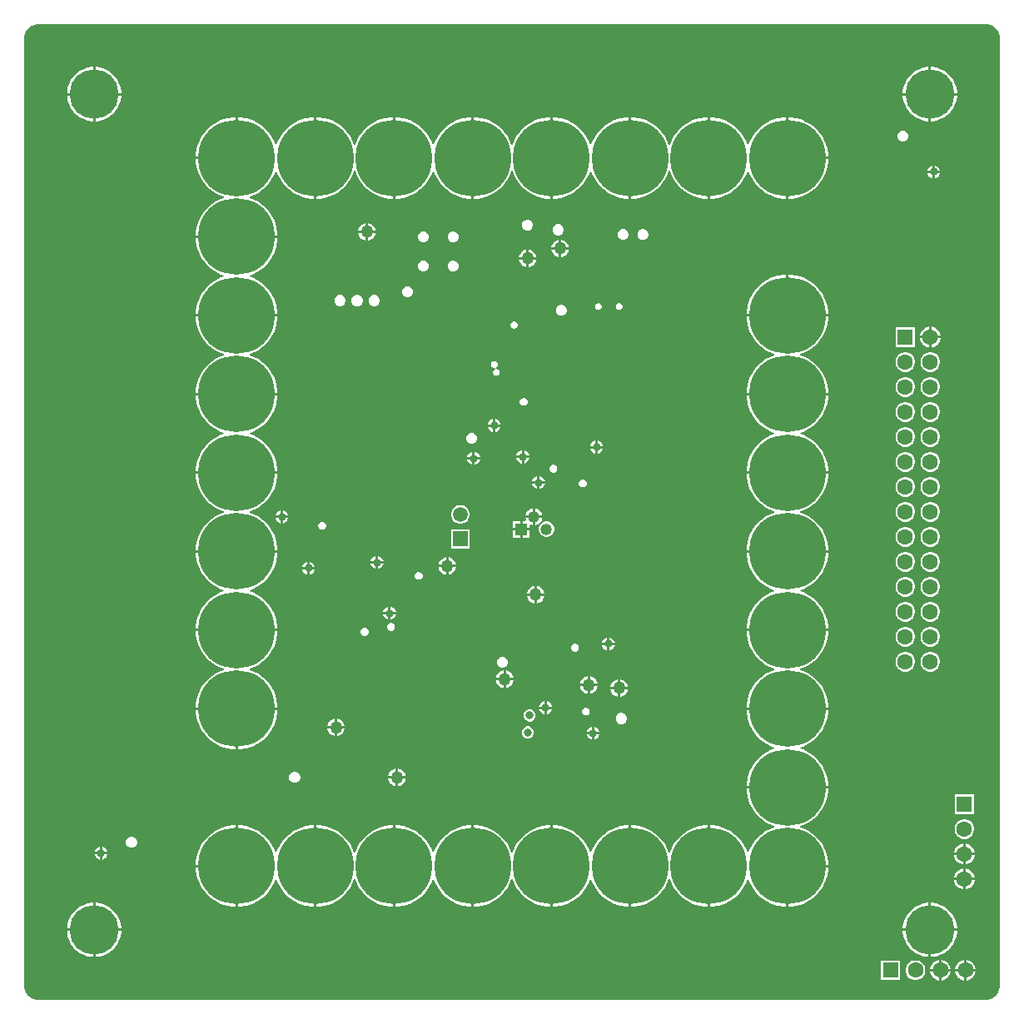
<source format=gbr>
%TF.GenerationSoftware,Altium Limited,Altium Designer,23.9.2 (47)*%
G04 Layer_Physical_Order=2*
G04 Layer_Color=36540*
%FSLAX25Y25*%
%MOIN*%
%TF.SameCoordinates,F944BC78-FABB-4A85-9D96-7E9E55BFA98D*%
%TF.FilePolarity,Positive*%
%TF.FileFunction,Copper,L2,Inr,Signal*%
%TF.Part,Single*%
G01*
G75*
%TA.AperFunction,ComponentPad*%
%ADD45C,0.06299*%
%ADD46R,0.06299X0.06299*%
%TA.AperFunction,ViaPad*%
%ADD47C,0.19685*%
%TA.AperFunction,ComponentPad*%
%ADD48C,0.05906*%
%ADD49R,0.05906X0.05906*%
%ADD50C,0.30709*%
%ADD51R,0.06299X0.06299*%
%ADD52C,0.04693*%
%ADD53R,0.04693X0.04693*%
%TA.AperFunction,ViaPad*%
%ADD54C,0.03150*%
%ADD55C,0.02756*%
%ADD56C,0.05000*%
G36*
X209635Y214930D02*
X210157D01*
X211180Y214726D01*
X212143Y214327D01*
X213010Y213748D01*
X213748Y213010D01*
X214327Y212143D01*
X214726Y211180D01*
X214930Y210157D01*
X214930Y209635D01*
X214930Y-170265D01*
X214930Y-170787D01*
X214726Y-171810D01*
X214327Y-172773D01*
X213748Y-173640D01*
X213010Y-174378D01*
X212143Y-174957D01*
X211180Y-175356D01*
X210157Y-175560D01*
X209635D01*
X-170246Y-175540D01*
X-170246Y-175540D01*
X-170246Y-175540D01*
X-170767D01*
X-171790Y-175337D01*
X-172754Y-174937D01*
X-173621Y-174358D01*
X-174358Y-173621D01*
X-174937Y-172754D01*
X-175337Y-171790D01*
X-175545Y-170744D01*
X-175560Y-170241D01*
Y209635D01*
Y210157D01*
X-175356Y211180D01*
X-174957Y212143D01*
X-174378Y213010D01*
X-173640Y213748D01*
X-172773Y214327D01*
X-171810Y214726D01*
X-170787Y214930D01*
X-170265Y214930D01*
X209635Y214930D01*
D02*
G37*
%LPC*%
G36*
X187861Y197850D02*
X187508D01*
Y187508D01*
X197850D01*
Y187861D01*
X197583Y189547D01*
X197056Y191170D01*
X196281Y192691D01*
X195278Y194071D01*
X194071Y195278D01*
X192691Y196281D01*
X191170Y197056D01*
X189547Y197583D01*
X187861Y197850D01*
D02*
G37*
G36*
X186508D02*
X186154D01*
X184469Y197583D01*
X182846Y197056D01*
X181325Y196281D01*
X179944Y195278D01*
X178738Y194071D01*
X177734Y192691D01*
X176960Y191170D01*
X176432Y189547D01*
X176165Y187861D01*
Y187508D01*
X186508D01*
Y197850D01*
D02*
G37*
G36*
X-146784D02*
X-147138D01*
Y187508D01*
X-136795D01*
Y187861D01*
X-137062Y189547D01*
X-137590Y191170D01*
X-138364Y192691D01*
X-139368Y194071D01*
X-140574Y195278D01*
X-141955Y196281D01*
X-143476Y197056D01*
X-145099Y197583D01*
X-146784Y197850D01*
D02*
G37*
G36*
X-148138D02*
X-148491D01*
X-150177Y197583D01*
X-151800Y197056D01*
X-153321Y196281D01*
X-154701Y195278D01*
X-155908Y194071D01*
X-156911Y192691D01*
X-157686Y191170D01*
X-158213Y189547D01*
X-158480Y187861D01*
Y187508D01*
X-148138D01*
Y197850D01*
D02*
G37*
G36*
X197850Y186508D02*
X187508D01*
Y176165D01*
X187861D01*
X189547Y176432D01*
X191170Y176960D01*
X192691Y177734D01*
X194071Y178738D01*
X195278Y179944D01*
X196281Y181325D01*
X197056Y182846D01*
X197583Y184469D01*
X197850Y186154D01*
Y186508D01*
D02*
G37*
G36*
X186508D02*
X176165D01*
Y186154D01*
X176432Y184469D01*
X176960Y182846D01*
X177734Y181325D01*
X178738Y179944D01*
X179944Y178738D01*
X181325Y177734D01*
X182846Y176960D01*
X184469Y176432D01*
X186154Y176165D01*
X186508D01*
Y186508D01*
D02*
G37*
G36*
X-136795D02*
X-147138D01*
Y176165D01*
X-146784D01*
X-145099Y176432D01*
X-143476Y176960D01*
X-141955Y177734D01*
X-140574Y178738D01*
X-139368Y179944D01*
X-138364Y181325D01*
X-137590Y182846D01*
X-137062Y184469D01*
X-136795Y186154D01*
Y186508D01*
D02*
G37*
G36*
X-148138D02*
X-158480D01*
Y186154D01*
X-158213Y184469D01*
X-157686Y182846D01*
X-156911Y181325D01*
X-155908Y179944D01*
X-154701Y178738D01*
X-153321Y177734D01*
X-151800Y176960D01*
X-150177Y176432D01*
X-148491Y176165D01*
X-148138D01*
Y186508D01*
D02*
G37*
G36*
X176543Y172418D02*
X175672D01*
X174869Y172085D01*
X174253Y171469D01*
X173920Y170665D01*
Y169795D01*
X174253Y168991D01*
X174869Y168376D01*
X175672Y168043D01*
X176543D01*
X177347Y168376D01*
X177962Y168991D01*
X178295Y169795D01*
Y170665D01*
X177962Y171469D01*
X177347Y172085D01*
X176543Y172418D01*
D02*
G37*
G36*
X129421Y177772D02*
X128634D01*
X126092Y177369D01*
X123643Y176574D01*
X121350Y175405D01*
X119267Y173892D01*
X117447Y172072D01*
X115934Y169989D01*
X114765Y167695D01*
X114423Y166643D01*
X113923D01*
X113581Y167695D01*
X112413Y169989D01*
X110900Y172072D01*
X109079Y173892D01*
X106997Y175405D01*
X104703Y176574D01*
X102255Y177369D01*
X99712Y177772D01*
X98925D01*
Y161417D01*
Y145063D01*
X99712D01*
X102255Y145466D01*
X104703Y146261D01*
X106997Y147430D01*
X109079Y148943D01*
X110900Y150763D01*
X112413Y152846D01*
X113581Y155140D01*
X113923Y156192D01*
X114423D01*
X114765Y155140D01*
X115934Y152846D01*
X117447Y150763D01*
X119267Y148943D01*
X121350Y147430D01*
X123643Y146261D01*
X126092Y145466D01*
X128634Y145063D01*
X129421D01*
Y161417D01*
Y177772D01*
D02*
G37*
G36*
X66429D02*
X65642D01*
X63099Y177369D01*
X60651Y176574D01*
X58358Y175405D01*
X56275Y173892D01*
X54455Y172072D01*
X52942Y169989D01*
X51773Y167695D01*
X51431Y166643D01*
X50931D01*
X50589Y167695D01*
X49420Y169989D01*
X47908Y172072D01*
X46087Y173892D01*
X44005Y175405D01*
X41711Y176574D01*
X39263Y177369D01*
X36720Y177772D01*
X35933D01*
Y161417D01*
Y145063D01*
X36720D01*
X39263Y145466D01*
X41711Y146261D01*
X44005Y147430D01*
X46087Y148943D01*
X47908Y150763D01*
X49420Y152846D01*
X50589Y155140D01*
X50931Y156192D01*
X51431D01*
X51773Y155140D01*
X52942Y152846D01*
X54455Y150763D01*
X56275Y148943D01*
X58358Y147430D01*
X60651Y146261D01*
X63099Y145466D01*
X65642Y145063D01*
X66429D01*
Y161417D01*
Y177772D01*
D02*
G37*
G36*
X34933D02*
X34146D01*
X31603Y177369D01*
X29155Y176574D01*
X26862Y175405D01*
X24779Y173892D01*
X22959Y172072D01*
X21446Y169989D01*
X20277Y167695D01*
X19935Y166643D01*
X19435D01*
X19093Y167695D01*
X17924Y169989D01*
X16411Y172072D01*
X14591Y173892D01*
X12508Y175405D01*
X10215Y176574D01*
X7767Y177369D01*
X5224Y177772D01*
X4437D01*
Y161417D01*
Y145063D01*
X5224D01*
X7767Y145466D01*
X10215Y146261D01*
X12508Y147430D01*
X14591Y148943D01*
X16411Y150763D01*
X17924Y152846D01*
X19093Y155140D01*
X19435Y156192D01*
X19935D01*
X20277Y155140D01*
X21446Y152846D01*
X22959Y150763D01*
X24779Y148943D01*
X26862Y147430D01*
X29155Y146261D01*
X31603Y145466D01*
X34146Y145063D01*
X34933D01*
Y161417D01*
Y177772D01*
D02*
G37*
G36*
X3437D02*
X2650D01*
X107Y177369D01*
X-2341Y176574D01*
X-4634Y175405D01*
X-6717Y173892D01*
X-8537Y172072D01*
X-10051Y169989D01*
X-11219Y167695D01*
X-11561Y166643D01*
X-12061D01*
X-12403Y167695D01*
X-13572Y169989D01*
X-15085Y172072D01*
X-16905Y173892D01*
X-18988Y175405D01*
X-21281Y176574D01*
X-23729Y177369D01*
X-26272Y177772D01*
X-27059D01*
Y161417D01*
Y145063D01*
X-26272D01*
X-23729Y145466D01*
X-21281Y146261D01*
X-18988Y147430D01*
X-16905Y148943D01*
X-15085Y150763D01*
X-13572Y152846D01*
X-12403Y155140D01*
X-12061Y156192D01*
X-11561D01*
X-11219Y155140D01*
X-10051Y152846D01*
X-8537Y150763D01*
X-6717Y148943D01*
X-4634Y147430D01*
X-2341Y146261D01*
X107Y145466D01*
X2650Y145063D01*
X3437D01*
Y161417D01*
Y177772D01*
D02*
G37*
G36*
X-59555D02*
X-60342D01*
X-62885Y177369D01*
X-65333Y176574D01*
X-67627Y175405D01*
X-69709Y173892D01*
X-71530Y172072D01*
X-73043Y169989D01*
X-74211Y167695D01*
X-74553Y166643D01*
X-75053D01*
X-75395Y167695D01*
X-76564Y169989D01*
X-78077Y172072D01*
X-79897Y173892D01*
X-81980Y175405D01*
X-84273Y176574D01*
X-86721Y177369D01*
X-89264Y177772D01*
X-90051D01*
Y161417D01*
X-90551D01*
Y160917D01*
X-106905D01*
Y160130D01*
X-106503Y157588D01*
X-105707Y155140D01*
X-104539Y152846D01*
X-103026Y150763D01*
X-101205Y148943D01*
X-99123Y147430D01*
X-96829Y146261D01*
X-95777Y145919D01*
Y145419D01*
X-96829Y145077D01*
X-99123Y143909D01*
X-101205Y142396D01*
X-103026Y140575D01*
X-104539Y138493D01*
X-105707Y136199D01*
X-106503Y133751D01*
X-106905Y131208D01*
Y130421D01*
X-90551D01*
X-74197D01*
Y131208D01*
X-74599Y133751D01*
X-75395Y136199D01*
X-76564Y138493D01*
X-78077Y140575D01*
X-79897Y142396D01*
X-81980Y143909D01*
X-84273Y145077D01*
X-85325Y145419D01*
Y145919D01*
X-84273Y146261D01*
X-81980Y147430D01*
X-79897Y148943D01*
X-78077Y150763D01*
X-76564Y152846D01*
X-75395Y155140D01*
X-75053Y156192D01*
X-74553D01*
X-74211Y155140D01*
X-73043Y152846D01*
X-71530Y150763D01*
X-69709Y148943D01*
X-67627Y147430D01*
X-65333Y146261D01*
X-62885Y145466D01*
X-60342Y145063D01*
X-59555D01*
Y161417D01*
Y177772D01*
D02*
G37*
G36*
X97925D02*
X97138D01*
X94596Y177369D01*
X92147Y176574D01*
X89854Y175405D01*
X87771Y173892D01*
X85951Y172072D01*
X84438Y169989D01*
X83269Y167695D01*
X82927Y166643D01*
X82427D01*
X82085Y167695D01*
X80917Y169989D01*
X79404Y172072D01*
X77583Y173892D01*
X75501Y175405D01*
X73207Y176574D01*
X70759Y177369D01*
X68216Y177772D01*
X67429D01*
Y161417D01*
Y145063D01*
X68216D01*
X70759Y145466D01*
X73207Y146261D01*
X75501Y147430D01*
X77583Y148943D01*
X79404Y150763D01*
X80917Y152846D01*
X82085Y155140D01*
X82427Y156192D01*
X82927D01*
X83269Y155140D01*
X84438Y152846D01*
X85951Y150763D01*
X87771Y148943D01*
X89854Y147430D01*
X92147Y146261D01*
X94596Y145466D01*
X97138Y145063D01*
X97925D01*
Y161417D01*
Y177772D01*
D02*
G37*
G36*
X-28059D02*
X-28846D01*
X-31389Y177369D01*
X-33837Y176574D01*
X-36131Y175405D01*
X-38213Y173892D01*
X-40033Y172072D01*
X-41546Y169989D01*
X-42715Y167695D01*
X-43057Y166643D01*
X-43557D01*
X-43899Y167695D01*
X-45068Y169989D01*
X-46581Y172072D01*
X-48401Y173892D01*
X-50484Y175405D01*
X-52777Y176574D01*
X-55225Y177369D01*
X-57768Y177772D01*
X-58555D01*
Y161417D01*
Y145063D01*
X-57768D01*
X-55225Y145466D01*
X-52777Y146261D01*
X-50484Y147430D01*
X-48401Y148943D01*
X-46581Y150763D01*
X-45068Y152846D01*
X-43899Y155140D01*
X-43557Y156192D01*
X-43057D01*
X-42715Y155140D01*
X-41546Y152846D01*
X-40033Y150763D01*
X-38213Y148943D01*
X-36131Y147430D01*
X-33837Y146261D01*
X-31389Y145466D01*
X-28846Y145063D01*
X-28059D01*
Y161417D01*
Y177772D01*
D02*
G37*
G36*
X131208D02*
X130421D01*
Y161917D01*
X146276D01*
Y162704D01*
X145873Y165247D01*
X145077Y167695D01*
X143909Y169989D01*
X142396Y172072D01*
X140575Y173892D01*
X138493Y175405D01*
X136199Y176574D01*
X133751Y177369D01*
X131208Y177772D01*
D02*
G37*
G36*
X-91051D02*
X-91838D01*
X-94381Y177369D01*
X-96829Y176574D01*
X-99123Y175405D01*
X-101205Y173892D01*
X-103026Y172072D01*
X-104539Y169989D01*
X-105707Y167695D01*
X-106503Y165247D01*
X-106905Y162704D01*
Y161917D01*
X-91051D01*
Y177772D01*
D02*
G37*
G36*
X189095Y158480D02*
X189083D01*
Y156405D01*
X191157D01*
Y156418D01*
X190766Y157364D01*
X190041Y158088D01*
X189095Y158480D01*
D02*
G37*
G36*
X188083D02*
X188070D01*
X187124Y158088D01*
X186400Y157364D01*
X186008Y156418D01*
Y156405D01*
X188083D01*
Y158480D01*
D02*
G37*
G36*
X191157Y155405D02*
X189083D01*
Y153331D01*
X189095D01*
X190041Y153723D01*
X190766Y154447D01*
X191157Y155393D01*
Y155405D01*
D02*
G37*
G36*
X188083D02*
X186008D01*
Y155393D01*
X186400Y154447D01*
X187124Y153723D01*
X188070Y153331D01*
X188083D01*
Y155405D01*
D02*
G37*
G36*
X146276Y160917D02*
X130421D01*
Y145063D01*
X131208D01*
X133751Y145466D01*
X136199Y146261D01*
X138493Y147430D01*
X140575Y148943D01*
X142396Y150763D01*
X143909Y152846D01*
X145077Y155140D01*
X145873Y157588D01*
X146276Y160130D01*
Y160917D01*
D02*
G37*
G36*
X26419Y136833D02*
X25549D01*
X24745Y136500D01*
X24130Y135885D01*
X23797Y135081D01*
Y134211D01*
X24130Y133407D01*
X24745Y132791D01*
X25549Y132458D01*
X26419D01*
X27223Y132791D01*
X27839Y133407D01*
X28172Y134211D01*
Y135081D01*
X27839Y135885D01*
X27223Y136500D01*
X26419Y136833D01*
D02*
G37*
G36*
X-37886Y135379D02*
Y132390D01*
X-34896D01*
X-35124Y133241D01*
X-35585Y134039D01*
X-36237Y134690D01*
X-37035Y135151D01*
X-37886Y135379D01*
D02*
G37*
G36*
X-38886D02*
X-39737Y135151D01*
X-40535Y134690D01*
X-41186Y134039D01*
X-41647Y133241D01*
X-41875Y132390D01*
X-38886D01*
Y135379D01*
D02*
G37*
G36*
X38624Y134865D02*
X37754D01*
X36950Y134532D01*
X36335Y133916D01*
X36002Y133112D01*
Y132242D01*
X36335Y131438D01*
X36950Y130823D01*
X37754Y130490D01*
X38624D01*
X39428Y130823D01*
X40043Y131438D01*
X40376Y132242D01*
Y133112D01*
X40043Y133916D01*
X39428Y134532D01*
X38624Y134865D01*
D02*
G37*
G36*
X72482Y132896D02*
X71612D01*
X70808Y132563D01*
X70193Y131948D01*
X69860Y131144D01*
Y130274D01*
X70193Y129470D01*
X70808Y128854D01*
X71612Y128521D01*
X72482D01*
X73286Y128854D01*
X73902Y129470D01*
X74235Y130274D01*
Y131144D01*
X73902Y131948D01*
X73286Y132563D01*
X72482Y132896D01*
D02*
G37*
G36*
X64608D02*
X63738D01*
X62934Y132563D01*
X62319Y131948D01*
X61986Y131144D01*
Y130274D01*
X62319Y129470D01*
X62934Y128854D01*
X63738Y128521D01*
X64608D01*
X65412Y128854D01*
X66028Y129470D01*
X66361Y130274D01*
Y131144D01*
X66028Y131948D01*
X65412Y132563D01*
X64608Y132896D01*
D02*
G37*
G36*
X-34896Y131390D02*
X-37886D01*
Y128400D01*
X-37035Y128628D01*
X-36237Y129089D01*
X-35585Y129741D01*
X-35124Y130539D01*
X-34896Y131390D01*
D02*
G37*
G36*
X-38886D02*
X-41875D01*
X-41647Y130539D01*
X-41186Y129741D01*
X-40535Y129089D01*
X-39737Y128628D01*
X-38886Y128400D01*
Y131390D01*
D02*
G37*
G36*
X-3502Y132109D02*
X-4372D01*
X-5176Y131776D01*
X-5791Y131160D01*
X-6124Y130356D01*
Y129486D01*
X-5791Y128682D01*
X-5176Y128067D01*
X-4372Y127734D01*
X-3502D01*
X-2698Y128067D01*
X-2083Y128682D01*
X-1750Y129486D01*
Y130356D01*
X-2083Y131160D01*
X-2698Y131776D01*
X-3502Y132109D01*
D02*
G37*
G36*
X-15313D02*
X-16183D01*
X-16987Y131776D01*
X-17602Y131160D01*
X-17935Y130356D01*
Y129486D01*
X-17602Y128682D01*
X-16987Y128067D01*
X-16183Y127734D01*
X-15313D01*
X-14509Y128067D01*
X-13894Y128682D01*
X-13561Y129486D01*
Y130356D01*
X-13894Y131160D01*
X-14509Y131776D01*
X-15313Y132109D01*
D02*
G37*
G36*
X39476Y128686D02*
Y125697D01*
X42466D01*
X42238Y126548D01*
X41777Y127346D01*
X41125Y127998D01*
X40327Y128458D01*
X39476Y128686D01*
D02*
G37*
G36*
X38476D02*
X37625Y128458D01*
X36827Y127998D01*
X36176Y127346D01*
X35715Y126548D01*
X35487Y125697D01*
X38476D01*
Y128686D01*
D02*
G37*
G36*
X26484Y124749D02*
Y121760D01*
X29474D01*
X29246Y122611D01*
X28785Y123409D01*
X28133Y124060D01*
X27335Y124521D01*
X26484Y124749D01*
D02*
G37*
G36*
X25484D02*
X24633Y124521D01*
X23835Y124060D01*
X23183Y123409D01*
X22723Y122611D01*
X22495Y121760D01*
X25484D01*
Y124749D01*
D02*
G37*
G36*
X42466Y124697D02*
X39476D01*
Y121707D01*
X40327Y121935D01*
X41125Y122396D01*
X41777Y123048D01*
X42238Y123846D01*
X42466Y124697D01*
D02*
G37*
G36*
X38476D02*
X35487D01*
X35715Y123846D01*
X36176Y123048D01*
X36827Y122396D01*
X37625Y121935D01*
X38476Y121707D01*
Y124697D01*
D02*
G37*
G36*
X29474Y120760D02*
X26484D01*
Y117770D01*
X27335Y117998D01*
X28133Y118459D01*
X28785Y119111D01*
X29246Y119909D01*
X29474Y120760D01*
D02*
G37*
G36*
X25484D02*
X22495D01*
X22723Y119909D01*
X23183Y119111D01*
X23835Y118459D01*
X24633Y117998D01*
X25484Y117770D01*
Y120760D01*
D02*
G37*
G36*
X-3502Y120298D02*
X-4372D01*
X-5176Y119965D01*
X-5791Y119349D01*
X-6124Y118545D01*
Y117675D01*
X-5791Y116871D01*
X-5176Y116256D01*
X-4372Y115923D01*
X-3502D01*
X-2698Y116256D01*
X-2083Y116871D01*
X-1750Y117675D01*
Y118545D01*
X-2083Y119349D01*
X-2698Y119965D01*
X-3502Y120298D01*
D02*
G37*
G36*
X-15313D02*
X-16183D01*
X-16987Y119965D01*
X-17602Y119349D01*
X-17935Y118545D01*
Y117675D01*
X-17602Y116871D01*
X-16987Y116256D01*
X-16183Y115923D01*
X-15313D01*
X-14509Y116256D01*
X-13894Y116871D01*
X-13561Y117675D01*
Y118545D01*
X-13894Y119349D01*
X-14509Y119965D01*
X-15313Y120298D01*
D02*
G37*
G36*
X-21703Y109990D02*
X-22573D01*
X-23377Y109657D01*
X-23992Y109041D01*
X-24325Y108237D01*
Y107367D01*
X-23992Y106563D01*
X-23377Y105948D01*
X-22573Y105615D01*
X-21703D01*
X-20899Y105948D01*
X-20283Y106563D01*
X-19950Y107367D01*
Y108237D01*
X-20283Y109041D01*
X-20899Y109657D01*
X-21703Y109990D01*
D02*
G37*
G36*
X-34998Y106518D02*
X-35868D01*
X-36672Y106185D01*
X-37288Y105570D01*
X-37620Y104766D01*
Y103896D01*
X-37288Y103092D01*
X-36672Y102476D01*
X-35868Y102143D01*
X-34998D01*
X-34194Y102476D01*
X-33579Y103092D01*
X-33246Y103896D01*
Y104766D01*
X-33579Y105570D01*
X-34194Y106185D01*
X-34998Y106518D01*
D02*
G37*
G36*
X-41888D02*
X-42758D01*
X-43562Y106185D01*
X-44177Y105570D01*
X-44510Y104766D01*
Y103896D01*
X-44177Y103092D01*
X-43562Y102476D01*
X-42758Y102143D01*
X-41888D01*
X-41084Y102476D01*
X-40468Y103092D01*
X-40135Y103896D01*
Y104766D01*
X-40468Y105570D01*
X-41084Y106185D01*
X-41888Y106518D01*
D02*
G37*
G36*
X-48777D02*
X-49648D01*
X-50452Y106185D01*
X-51067Y105570D01*
X-51400Y104766D01*
Y103896D01*
X-51067Y103092D01*
X-50452Y102476D01*
X-49648Y102143D01*
X-48777D01*
X-47973Y102476D01*
X-47358Y103092D01*
X-47025Y103896D01*
Y104766D01*
X-47358Y105570D01*
X-47973Y106185D01*
X-48777Y106518D01*
D02*
G37*
G36*
X62872Y103347D02*
X62324D01*
X61818Y103137D01*
X61430Y102749D01*
X61221Y102243D01*
Y101694D01*
X61430Y101188D01*
X61818Y100800D01*
X62324Y100591D01*
X62872D01*
X63379Y100800D01*
X63767Y101188D01*
X63976Y101694D01*
Y102243D01*
X63767Y102749D01*
X63379Y103137D01*
X62872Y103347D01*
D02*
G37*
G36*
X54605D02*
X54057D01*
X53550Y103137D01*
X53162Y102749D01*
X52953Y102243D01*
Y101694D01*
X53162Y101188D01*
X53550Y100800D01*
X54057Y100591D01*
X54605D01*
X55111Y100800D01*
X55499Y101188D01*
X55709Y101694D01*
Y102243D01*
X55499Y102749D01*
X55111Y103137D01*
X54605Y103347D01*
D02*
G37*
G36*
X131208Y114779D02*
X130421D01*
Y98925D01*
X146276D01*
Y99712D01*
X145873Y102255D01*
X145077Y104703D01*
X143909Y106997D01*
X142396Y109079D01*
X140575Y110900D01*
X138493Y112413D01*
X136199Y113581D01*
X133751Y114377D01*
X131208Y114779D01*
D02*
G37*
G36*
X129421D02*
X128634D01*
X126092Y114377D01*
X123643Y113581D01*
X121350Y112413D01*
X119267Y110900D01*
X117447Y109079D01*
X115934Y106997D01*
X114765Y104703D01*
X113970Y102255D01*
X113567Y99712D01*
Y98925D01*
X129421D01*
Y114779D01*
D02*
G37*
G36*
X-74197Y129421D02*
X-90551D01*
X-106905D01*
Y128634D01*
X-106503Y126092D01*
X-105707Y123643D01*
X-104539Y121350D01*
X-103026Y119267D01*
X-101205Y117447D01*
X-99123Y115934D01*
X-96829Y114765D01*
X-95777Y114423D01*
Y113923D01*
X-96829Y113581D01*
X-99123Y112413D01*
X-101205Y110900D01*
X-103026Y109079D01*
X-104539Y106997D01*
X-105707Y104703D01*
X-106503Y102255D01*
X-106905Y99712D01*
Y98925D01*
X-90551D01*
X-74197D01*
Y99712D01*
X-74599Y102255D01*
X-75395Y104703D01*
X-76564Y106997D01*
X-78077Y109079D01*
X-79897Y110900D01*
X-81980Y112413D01*
X-84273Y113581D01*
X-85325Y113923D01*
Y114423D01*
X-84273Y114765D01*
X-81980Y115934D01*
X-79897Y117447D01*
X-78077Y119267D01*
X-76564Y121350D01*
X-75395Y123643D01*
X-74599Y126092D01*
X-74197Y128634D01*
Y129421D01*
D02*
G37*
G36*
X39805Y102581D02*
X38935D01*
X38131Y102248D01*
X37516Y101633D01*
X37183Y100829D01*
Y99959D01*
X37516Y99155D01*
X38131Y98539D01*
X38935Y98206D01*
X39805D01*
X40609Y98539D01*
X41225Y99155D01*
X41557Y99959D01*
Y100829D01*
X41225Y101633D01*
X40609Y102248D01*
X39805Y102581D01*
D02*
G37*
G36*
X20746Y95866D02*
X20198D01*
X19692Y95656D01*
X19304Y95269D01*
X19094Y94762D01*
Y94214D01*
X19304Y93708D01*
X19692Y93320D01*
X20198Y93110D01*
X20746D01*
X21253Y93320D01*
X21641Y93708D01*
X21850Y94214D01*
Y94762D01*
X21641Y95269D01*
X21253Y95656D01*
X20746Y95866D01*
D02*
G37*
G36*
X187712Y93850D02*
X187665D01*
Y90201D01*
X191315D01*
Y90247D01*
X191032Y91303D01*
X190486Y92249D01*
X189713Y93021D01*
X188767Y93568D01*
X187712Y93850D01*
D02*
G37*
G36*
X186665D02*
X186619D01*
X185564Y93568D01*
X184617Y93021D01*
X183845Y92249D01*
X183299Y91303D01*
X183016Y90247D01*
Y90201D01*
X186665D01*
Y93850D01*
D02*
G37*
G36*
X181102Y93638D02*
X173228D01*
Y85764D01*
X181102D01*
Y93638D01*
D02*
G37*
G36*
X191315Y89201D02*
X187665D01*
Y85551D01*
X187712D01*
X188767Y85834D01*
X189713Y86380D01*
X190486Y87153D01*
X191032Y88099D01*
X191315Y89154D01*
Y89201D01*
D02*
G37*
G36*
X186665D02*
X183016D01*
Y89154D01*
X183299Y88099D01*
X183845Y87153D01*
X184617Y86380D01*
X185564Y85834D01*
X186619Y85551D01*
X186665D01*
Y89201D01*
D02*
G37*
G36*
X187684Y83638D02*
X186647D01*
X185646Y83369D01*
X184748Y82851D01*
X184015Y82118D01*
X183497Y81220D01*
X183228Y80219D01*
Y79182D01*
X183497Y78181D01*
X184015Y77283D01*
X184748Y76550D01*
X185646Y76032D01*
X186647Y75764D01*
X187684D01*
X188685Y76032D01*
X189583Y76550D01*
X190316Y77283D01*
X190834Y78181D01*
X191102Y79182D01*
Y80219D01*
X190834Y81220D01*
X190316Y82118D01*
X189583Y82851D01*
X188685Y83369D01*
X187684Y83638D01*
D02*
G37*
G36*
X177684D02*
X176647D01*
X175646Y83369D01*
X174748Y82851D01*
X174015Y82118D01*
X173497Y81220D01*
X173228Y80219D01*
Y79182D01*
X173497Y78181D01*
X174015Y77283D01*
X174748Y76550D01*
X175646Y76032D01*
X176647Y75764D01*
X177684D01*
X178685Y76032D01*
X179583Y76550D01*
X180316Y77283D01*
X180834Y78181D01*
X181102Y79182D01*
Y80219D01*
X180834Y81220D01*
X180316Y82118D01*
X179583Y82851D01*
X178685Y83369D01*
X177684Y83638D01*
D02*
G37*
G36*
X12873Y80118D02*
X12324D01*
X11818Y79908D01*
X11430Y79521D01*
X11220Y79014D01*
Y78466D01*
X11430Y77960D01*
X11818Y77572D01*
X12324Y77362D01*
X12641D01*
X12756Y77362D01*
X12855Y76862D01*
X12768Y76826D01*
X12605Y76759D01*
X12218Y76371D01*
X12008Y75865D01*
Y75317D01*
X12218Y74810D01*
X12605Y74422D01*
X13112Y74213D01*
X13660D01*
X14166Y74422D01*
X14554Y74810D01*
X14764Y75317D01*
Y75865D01*
X14554Y76371D01*
X14166Y76759D01*
X13660Y76968D01*
X13344D01*
X13229Y76968D01*
X13129Y77469D01*
X13216Y77504D01*
X13379Y77572D01*
X13767Y77960D01*
X13976Y78466D01*
Y79014D01*
X13767Y79521D01*
X13379Y79908D01*
X12873Y80118D01*
D02*
G37*
G36*
X-74197Y97925D02*
X-90551D01*
X-106905D01*
Y97138D01*
X-106503Y94596D01*
X-105707Y92147D01*
X-104539Y89854D01*
X-103026Y87771D01*
X-101205Y85951D01*
X-99123Y84438D01*
X-96829Y83269D01*
X-95777Y82927D01*
Y82427D01*
X-96829Y82085D01*
X-99123Y80917D01*
X-101205Y79404D01*
X-103026Y77583D01*
X-104539Y75501D01*
X-105707Y73207D01*
X-106503Y70759D01*
X-106905Y68216D01*
Y67429D01*
X-90551D01*
X-74197D01*
Y68216D01*
X-74599Y70759D01*
X-75395Y73207D01*
X-76564Y75501D01*
X-78077Y77583D01*
X-79897Y79404D01*
X-81980Y80917D01*
X-84273Y82085D01*
X-85325Y82427D01*
Y82927D01*
X-84273Y83269D01*
X-81980Y84438D01*
X-79897Y85951D01*
X-78077Y87771D01*
X-76564Y89854D01*
X-75395Y92147D01*
X-74599Y94596D01*
X-74197Y97138D01*
Y97925D01*
D02*
G37*
G36*
X146276D02*
X129921D01*
X113567D01*
Y97138D01*
X113970Y94596D01*
X114765Y92147D01*
X115934Y89854D01*
X117447Y87771D01*
X119267Y85951D01*
X121350Y84438D01*
X123643Y83269D01*
X124696Y82927D01*
Y82427D01*
X123643Y82085D01*
X121350Y80917D01*
X119267Y79404D01*
X117447Y77583D01*
X115934Y75501D01*
X114765Y73207D01*
X113970Y70759D01*
X113567Y68216D01*
Y67429D01*
X129921D01*
X146276D01*
Y68216D01*
X145873Y70759D01*
X145077Y73207D01*
X143909Y75501D01*
X142396Y77583D01*
X140575Y79404D01*
X138493Y80917D01*
X136199Y82085D01*
X135147Y82427D01*
Y82927D01*
X136199Y83269D01*
X138493Y84438D01*
X140575Y85951D01*
X142396Y87771D01*
X143909Y89854D01*
X145077Y92147D01*
X145873Y94596D01*
X146276Y97138D01*
Y97925D01*
D02*
G37*
G36*
X187684Y73638D02*
X186647D01*
X185646Y73369D01*
X184748Y72851D01*
X184015Y72118D01*
X183497Y71220D01*
X183228Y70219D01*
Y69182D01*
X183497Y68181D01*
X184015Y67283D01*
X184748Y66550D01*
X185646Y66032D01*
X186647Y65764D01*
X187684D01*
X188685Y66032D01*
X189583Y66550D01*
X190316Y67283D01*
X190834Y68181D01*
X191102Y69182D01*
Y70219D01*
X190834Y71220D01*
X190316Y72118D01*
X189583Y72851D01*
X188685Y73369D01*
X187684Y73638D01*
D02*
G37*
G36*
X177684D02*
X176647D01*
X175646Y73369D01*
X174748Y72851D01*
X174015Y72118D01*
X173497Y71220D01*
X173228Y70219D01*
Y69182D01*
X173497Y68181D01*
X174015Y67283D01*
X174748Y66550D01*
X175646Y66032D01*
X176647Y65764D01*
X177684D01*
X178685Y66032D01*
X179583Y66550D01*
X180316Y67283D01*
X180834Y68181D01*
X181102Y69182D01*
Y70219D01*
X180834Y71220D01*
X180316Y72118D01*
X179583Y72851D01*
X178685Y73369D01*
X177684Y73638D01*
D02*
G37*
G36*
X24723Y65354D02*
X24096D01*
X23517Y65115D01*
X23074Y64672D01*
X22835Y64093D01*
Y63466D01*
X23074Y62888D01*
X23517Y62445D01*
X24096Y62205D01*
X24723D01*
X25302Y62445D01*
X25745Y62888D01*
X25984Y63466D01*
Y64093D01*
X25745Y64672D01*
X25302Y65115D01*
X24723Y65354D01*
D02*
G37*
G36*
X187684Y63638D02*
X186647D01*
X185646Y63370D01*
X184748Y62851D01*
X184015Y62118D01*
X183497Y61220D01*
X183228Y60219D01*
Y59183D01*
X183497Y58181D01*
X184015Y57283D01*
X184748Y56550D01*
X185646Y56032D01*
X186647Y55764D01*
X187684D01*
X188685Y56032D01*
X189583Y56550D01*
X190316Y57283D01*
X190834Y58181D01*
X191102Y59183D01*
Y60219D01*
X190834Y61220D01*
X190316Y62118D01*
X189583Y62851D01*
X188685Y63370D01*
X187684Y63638D01*
D02*
G37*
G36*
X177684D02*
X176647D01*
X175646Y63370D01*
X174748Y62851D01*
X174015Y62118D01*
X173497Y61220D01*
X173228Y60219D01*
Y59183D01*
X173497Y58181D01*
X174015Y57283D01*
X174748Y56550D01*
X175646Y56032D01*
X176647Y55764D01*
X177684D01*
X178685Y56032D01*
X179583Y56550D01*
X180316Y57283D01*
X180834Y58181D01*
X181102Y59183D01*
Y60219D01*
X180834Y61220D01*
X180316Y62118D01*
X179583Y62851D01*
X178685Y63370D01*
X177684Y63638D01*
D02*
G37*
G36*
X13111Y56906D02*
X13098D01*
Y54831D01*
X15173D01*
Y54843D01*
X14781Y55789D01*
X14057Y56514D01*
X13111Y56906D01*
D02*
G37*
G36*
X12098D02*
X12086D01*
X11140Y56514D01*
X10416Y55789D01*
X10024Y54843D01*
Y54831D01*
X12098D01*
Y56906D01*
D02*
G37*
G36*
X15173Y53831D02*
X13098D01*
Y51756D01*
X13111D01*
X14057Y52148D01*
X14781Y52872D01*
X15173Y53819D01*
Y53831D01*
D02*
G37*
G36*
X12098D02*
X10024D01*
Y53819D01*
X10416Y52872D01*
X11140Y52148D01*
X12086Y51756D01*
X12098D01*
Y53831D01*
D02*
G37*
G36*
X3978Y51400D02*
X3108D01*
X2304Y51067D01*
X1689Y50452D01*
X1356Y49648D01*
Y48777D01*
X1689Y47973D01*
X2304Y47358D01*
X3108Y47025D01*
X3978D01*
X4782Y47358D01*
X5398Y47973D01*
X5731Y48777D01*
Y49648D01*
X5398Y50452D01*
X4782Y51067D01*
X3978Y51400D01*
D02*
G37*
G36*
X54056Y48244D02*
X54043D01*
Y46169D01*
X56118D01*
Y46181D01*
X55726Y47128D01*
X55002Y47852D01*
X54056Y48244D01*
D02*
G37*
G36*
X53043D02*
X53031D01*
X52085Y47852D01*
X51360Y47128D01*
X50968Y46181D01*
Y46169D01*
X53043D01*
Y48244D01*
D02*
G37*
G36*
X187684Y53638D02*
X186647D01*
X185646Y53369D01*
X184748Y52851D01*
X184015Y52118D01*
X183497Y51220D01*
X183228Y50219D01*
Y49183D01*
X183497Y48181D01*
X184015Y47283D01*
X184748Y46550D01*
X185646Y46032D01*
X186647Y45764D01*
X187684D01*
X188685Y46032D01*
X189583Y46550D01*
X190316Y47283D01*
X190834Y48181D01*
X191102Y49183D01*
Y50219D01*
X190834Y51220D01*
X190316Y52118D01*
X189583Y52851D01*
X188685Y53369D01*
X187684Y53638D01*
D02*
G37*
G36*
X177684D02*
X176647D01*
X175646Y53369D01*
X174748Y52851D01*
X174015Y52118D01*
X173497Y51220D01*
X173228Y50219D01*
Y49183D01*
X173497Y48181D01*
X174015Y47283D01*
X174748Y46550D01*
X175646Y46032D01*
X176647Y45764D01*
X177684D01*
X178685Y46032D01*
X179583Y46550D01*
X180316Y47283D01*
X180834Y48181D01*
X181102Y49183D01*
Y50219D01*
X180834Y51220D01*
X180316Y52118D01*
X179583Y52851D01*
X178685Y53369D01*
X177684Y53638D01*
D02*
G37*
G36*
X56118Y45169D02*
X54043D01*
Y43095D01*
X54056D01*
X55002Y43486D01*
X55726Y44211D01*
X56118Y45157D01*
Y45169D01*
D02*
G37*
G36*
X53043D02*
X50968D01*
Y45157D01*
X51360Y44211D01*
X52085Y43486D01*
X53031Y43095D01*
X53043D01*
Y45169D01*
D02*
G37*
G36*
X24528Y44307D02*
X24516D01*
Y42232D01*
X26591D01*
Y42244D01*
X26199Y43191D01*
X25474Y43915D01*
X24528Y44307D01*
D02*
G37*
G36*
X23516D02*
X23504D01*
X22557Y43915D01*
X21833Y43191D01*
X21441Y42244D01*
Y42232D01*
X23516D01*
Y44307D01*
D02*
G37*
G36*
X4851Y43689D02*
X4839D01*
Y41614D01*
X6913D01*
Y41626D01*
X6521Y42573D01*
X5797Y43297D01*
X4851Y43689D01*
D02*
G37*
G36*
X3839D02*
X3826D01*
X2880Y43297D01*
X2156Y42573D01*
X1764Y41626D01*
Y41614D01*
X3839D01*
Y43689D01*
D02*
G37*
G36*
X26591Y41232D02*
X24516D01*
Y39158D01*
X24528D01*
X25474Y39549D01*
X26199Y40274D01*
X26591Y41220D01*
Y41232D01*
D02*
G37*
G36*
X23516D02*
X21441D01*
Y41220D01*
X21833Y40274D01*
X22557Y39549D01*
X23504Y39158D01*
X23516D01*
Y41232D01*
D02*
G37*
G36*
X6913Y40614D02*
X4839D01*
Y38539D01*
X4851D01*
X5797Y38931D01*
X6521Y39656D01*
X6913Y40602D01*
Y40614D01*
D02*
G37*
G36*
X3839D02*
X1764D01*
Y40602D01*
X2156Y39656D01*
X2880Y38931D01*
X3826Y38539D01*
X3839D01*
Y40614D01*
D02*
G37*
G36*
X146276Y66429D02*
X129921D01*
X113567D01*
Y65642D01*
X113970Y63099D01*
X114765Y60651D01*
X115934Y58358D01*
X117447Y56275D01*
X119267Y54455D01*
X121350Y52942D01*
X123643Y51773D01*
X124696Y51431D01*
Y50931D01*
X123643Y50589D01*
X121350Y49421D01*
X119267Y47908D01*
X117447Y46087D01*
X115934Y44005D01*
X114765Y41711D01*
X113970Y39263D01*
X113567Y36720D01*
Y35933D01*
X129921D01*
X146276D01*
Y36720D01*
X145873Y39263D01*
X145077Y41711D01*
X143909Y44005D01*
X142396Y46087D01*
X140575Y47908D01*
X138493Y49421D01*
X136199Y50589D01*
X135147Y50931D01*
Y51431D01*
X136199Y51773D01*
X138493Y52942D01*
X140575Y54455D01*
X142396Y56275D01*
X143909Y58358D01*
X145077Y60651D01*
X145873Y63099D01*
X146276Y65642D01*
Y66429D01*
D02*
G37*
G36*
X-74197Y66429D02*
X-90551D01*
X-106905D01*
Y65642D01*
X-106503Y63099D01*
X-105707Y60651D01*
X-104539Y58358D01*
X-103026Y56275D01*
X-101205Y54455D01*
X-99123Y52942D01*
X-96829Y51773D01*
X-95777Y51431D01*
Y50931D01*
X-96829Y50589D01*
X-99123Y49420D01*
X-101205Y47908D01*
X-103026Y46087D01*
X-104539Y44005D01*
X-105707Y41711D01*
X-106503Y39263D01*
X-106905Y36720D01*
Y35933D01*
X-90551D01*
X-74197D01*
Y36720D01*
X-74599Y39263D01*
X-75395Y41711D01*
X-76564Y44005D01*
X-78077Y46087D01*
X-79897Y47908D01*
X-81980Y49420D01*
X-84273Y50589D01*
X-85325Y50931D01*
Y51431D01*
X-84273Y51773D01*
X-81980Y52942D01*
X-79897Y54455D01*
X-78077Y56275D01*
X-76564Y58358D01*
X-75395Y60651D01*
X-74599Y63099D01*
X-74197Y65642D01*
Y66429D01*
D02*
G37*
G36*
X187684Y43638D02*
X186647D01*
X185646Y43369D01*
X184748Y42851D01*
X184015Y42118D01*
X183497Y41220D01*
X183228Y40219D01*
Y39182D01*
X183497Y38181D01*
X184015Y37283D01*
X184748Y36550D01*
X185646Y36032D01*
X186647Y35764D01*
X187684D01*
X188685Y36032D01*
X189583Y36550D01*
X190316Y37283D01*
X190834Y38181D01*
X191102Y39182D01*
Y40219D01*
X190834Y41220D01*
X190316Y42118D01*
X189583Y42851D01*
X188685Y43369D01*
X187684Y43638D01*
D02*
G37*
G36*
X177684D02*
X176647D01*
X175646Y43369D01*
X174748Y42851D01*
X174015Y42118D01*
X173497Y41220D01*
X173228Y40219D01*
Y39182D01*
X173497Y38181D01*
X174015Y37283D01*
X174748Y36550D01*
X175646Y36032D01*
X176647Y35764D01*
X177684D01*
X178685Y36032D01*
X179583Y36550D01*
X180316Y37283D01*
X180834Y38181D01*
X181102Y39182D01*
Y40219D01*
X180834Y41220D01*
X180316Y42118D01*
X179583Y42851D01*
X178685Y43369D01*
X177684Y43638D01*
D02*
G37*
G36*
X36534Y38583D02*
X35907D01*
X35328Y38343D01*
X34885Y37900D01*
X34646Y37321D01*
Y36695D01*
X34885Y36116D01*
X35328Y35673D01*
X35907Y35433D01*
X36534D01*
X37113Y35673D01*
X37556Y36116D01*
X37795Y36695D01*
Y37321D01*
X37556Y37900D01*
X37113Y38343D01*
X36534Y38583D01*
D02*
G37*
G36*
X30827Y34071D02*
X30815D01*
Y31996D01*
X32890D01*
Y32008D01*
X32498Y32955D01*
X31773Y33679D01*
X30827Y34071D01*
D02*
G37*
G36*
X29815D02*
X29803D01*
X28857Y33679D01*
X28132Y32955D01*
X27740Y32008D01*
Y31996D01*
X29815D01*
Y34071D01*
D02*
G37*
G36*
X48345Y32677D02*
X47718D01*
X47139Y32437D01*
X46696Y31994D01*
X46457Y31416D01*
Y30789D01*
X46696Y30210D01*
X47139Y29767D01*
X47718Y29528D01*
X48345D01*
X48924Y29767D01*
X49367Y30210D01*
X49606Y30789D01*
Y31416D01*
X49367Y31994D01*
X48924Y32437D01*
X48345Y32677D01*
D02*
G37*
G36*
X32890Y30996D02*
X30815D01*
Y28921D01*
X30827D01*
X31773Y29313D01*
X32498Y30038D01*
X32890Y30984D01*
Y30996D01*
D02*
G37*
G36*
X29815D02*
X27740D01*
Y30984D01*
X28132Y30038D01*
X28857Y29313D01*
X29803Y28921D01*
X29815D01*
Y30996D01*
D02*
G37*
G36*
X187684Y33638D02*
X186647D01*
X185646Y33369D01*
X184748Y32851D01*
X184015Y32118D01*
X183497Y31220D01*
X183228Y30219D01*
Y29182D01*
X183497Y28181D01*
X184015Y27283D01*
X184748Y26550D01*
X185646Y26032D01*
X186647Y25764D01*
X187684D01*
X188685Y26032D01*
X189583Y26550D01*
X190316Y27283D01*
X190834Y28181D01*
X191102Y29182D01*
Y30219D01*
X190834Y31220D01*
X190316Y32118D01*
X189583Y32851D01*
X188685Y33369D01*
X187684Y33638D01*
D02*
G37*
G36*
X177684D02*
X176647D01*
X175646Y33369D01*
X174748Y32851D01*
X174015Y32118D01*
X173497Y31220D01*
X173228Y30219D01*
Y29182D01*
X173497Y28181D01*
X174015Y27283D01*
X174748Y26550D01*
X175646Y26032D01*
X176647Y25764D01*
X177684D01*
X178685Y26032D01*
X179583Y26550D01*
X180316Y27283D01*
X180834Y28181D01*
X181102Y29182D01*
Y30219D01*
X180834Y31220D01*
X180316Y32118D01*
X179583Y32851D01*
X178685Y33369D01*
X177684Y33638D01*
D02*
G37*
G36*
X28965Y21126D02*
Y18295D01*
X31795D01*
X31583Y19087D01*
X31142Y19850D01*
X30519Y20473D01*
X29756Y20914D01*
X28965Y21126D01*
D02*
G37*
G36*
X27965D02*
X27173Y20914D01*
X26410Y20473D01*
X25787Y19850D01*
X25346Y19087D01*
X25134Y18295D01*
X27965D01*
Y21126D01*
D02*
G37*
G36*
X-71929Y20291D02*
X-71941D01*
Y18216D01*
X-69866D01*
Y18229D01*
X-70258Y19175D01*
X-70982Y19899D01*
X-71929Y20291D01*
D02*
G37*
G36*
X-72941D02*
X-72953D01*
X-73900Y19899D01*
X-74624Y19175D01*
X-75016Y18229D01*
Y18216D01*
X-72941D01*
Y20291D01*
D02*
G37*
G36*
X187684Y23638D02*
X186647D01*
X185646Y23370D01*
X184748Y22851D01*
X184015Y22118D01*
X183497Y21220D01*
X183228Y20219D01*
Y19183D01*
X183497Y18181D01*
X184015Y17283D01*
X184748Y16550D01*
X185646Y16032D01*
X186647Y15764D01*
X187684D01*
X188685Y16032D01*
X189583Y16550D01*
X190316Y17283D01*
X190834Y18181D01*
X191102Y19183D01*
Y20219D01*
X190834Y21220D01*
X190316Y22118D01*
X189583Y22851D01*
X188685Y23370D01*
X187684Y23638D01*
D02*
G37*
G36*
X177684D02*
X176647D01*
X175646Y23370D01*
X174748Y22851D01*
X174015Y22118D01*
X173497Y21220D01*
X173228Y20219D01*
Y19183D01*
X173497Y18181D01*
X174015Y17283D01*
X174748Y16550D01*
X175646Y16032D01*
X176647Y15764D01*
X177684D01*
X178685Y16032D01*
X179583Y16550D01*
X180316Y17283D01*
X180834Y18181D01*
X181102Y19183D01*
Y20219D01*
X180834Y21220D01*
X180316Y22118D01*
X179583Y22851D01*
X178685Y23370D01*
X177684Y23638D01*
D02*
G37*
G36*
X-69866Y17217D02*
X-71941D01*
Y15142D01*
X-71929D01*
X-70982Y15534D01*
X-70258Y16258D01*
X-69866Y17204D01*
Y17217D01*
D02*
G37*
G36*
X-72941D02*
X-75016D01*
Y17204D01*
X-74624Y16258D01*
X-73900Y15534D01*
X-72953Y15142D01*
X-72941D01*
Y17217D01*
D02*
G37*
G36*
X-492Y22441D02*
X-1477D01*
X-2428Y22186D01*
X-3281Y21694D01*
X-3977Y20997D01*
X-4470Y20144D01*
X-4724Y19193D01*
Y18208D01*
X-4470Y17257D01*
X-3977Y16404D01*
X-3281Y15708D01*
X-2428Y15215D01*
X-1477Y14961D01*
X-492D01*
X459Y15215D01*
X1312Y15708D01*
X2009Y16404D01*
X2501Y17257D01*
X2756Y18208D01*
Y19193D01*
X2501Y20144D01*
X2009Y20997D01*
X1312Y21694D01*
X459Y22186D01*
X-492Y22441D01*
D02*
G37*
G36*
X31795Y17295D02*
X28965D01*
Y14465D01*
X29756Y14677D01*
X30519Y15117D01*
X31142Y15741D01*
X31583Y16504D01*
X31795Y17295D01*
D02*
G37*
G36*
X27965D02*
X25134D01*
X25309Y16642D01*
X25042Y16142D01*
X23965D01*
Y13295D01*
X26811D01*
Y14372D01*
X27311Y14640D01*
X27965Y14465D01*
Y17295D01*
D02*
G37*
G36*
X22965Y16142D02*
X20118D01*
Y13295D01*
X22965D01*
Y16142D01*
D02*
G37*
G36*
X-55986Y15748D02*
X-56612D01*
X-57191Y15508D01*
X-57634Y15065D01*
X-57874Y14487D01*
Y13860D01*
X-57634Y13281D01*
X-57191Y12838D01*
X-56612Y12598D01*
X-55986D01*
X-55407Y12838D01*
X-54964Y13281D01*
X-54724Y13860D01*
Y14487D01*
X-54964Y15065D01*
X-55407Y15508D01*
X-55986Y15748D01*
D02*
G37*
G36*
X33877Y15929D02*
X33052D01*
X32255Y15716D01*
X31540Y15303D01*
X30957Y14719D01*
X30544Y14005D01*
X30331Y13208D01*
Y12383D01*
X30544Y11586D01*
X30957Y10871D01*
X31540Y10288D01*
X32255Y9875D01*
X33052Y9661D01*
X33877D01*
X34674Y9875D01*
X35389Y10288D01*
X35972Y10871D01*
X36385Y11586D01*
X36598Y12383D01*
Y13208D01*
X36385Y14005D01*
X35972Y14719D01*
X35389Y15303D01*
X34674Y15716D01*
X33877Y15929D01*
D02*
G37*
G36*
X26811Y12295D02*
X23965D01*
Y9449D01*
X26811D01*
Y12295D01*
D02*
G37*
G36*
X22965D02*
X20118D01*
Y9449D01*
X22965D01*
Y12295D01*
D02*
G37*
G36*
X187684Y13638D02*
X186647D01*
X185646Y13370D01*
X184748Y12851D01*
X184015Y12118D01*
X183497Y11220D01*
X183228Y10219D01*
Y9183D01*
X183497Y8181D01*
X184015Y7283D01*
X184748Y6550D01*
X185646Y6032D01*
X186647Y5764D01*
X187684D01*
X188685Y6032D01*
X189583Y6550D01*
X190316Y7283D01*
X190834Y8181D01*
X191102Y9183D01*
Y10219D01*
X190834Y11220D01*
X190316Y12118D01*
X189583Y12851D01*
X188685Y13370D01*
X187684Y13638D01*
D02*
G37*
G36*
X177684D02*
X176647D01*
X175646Y13370D01*
X174748Y12851D01*
X174015Y12118D01*
X173497Y11220D01*
X173228Y10219D01*
Y9183D01*
X173497Y8181D01*
X174015Y7283D01*
X174748Y6550D01*
X175646Y6032D01*
X176647Y5764D01*
X177684D01*
X178685Y6032D01*
X179583Y6550D01*
X180316Y7283D01*
X180834Y8181D01*
X181102Y9183D01*
Y10219D01*
X180834Y11220D01*
X180316Y12118D01*
X179583Y12851D01*
X178685Y13370D01*
X177684Y13638D01*
D02*
G37*
G36*
X2756Y12598D02*
X-4724D01*
Y5118D01*
X2756D01*
Y12598D01*
D02*
G37*
G36*
X-74197Y34933D02*
X-90551D01*
X-106905D01*
Y34146D01*
X-106503Y31603D01*
X-105707Y29155D01*
X-104539Y26862D01*
X-103026Y24779D01*
X-101205Y22959D01*
X-99123Y21446D01*
X-96829Y20277D01*
X-95777Y19935D01*
Y19435D01*
X-96829Y19093D01*
X-99123Y17924D01*
X-101205Y16411D01*
X-103026Y14591D01*
X-104539Y12508D01*
X-105707Y10215D01*
X-106503Y7767D01*
X-106905Y5224D01*
Y4437D01*
X-90551D01*
X-74197D01*
Y5224D01*
X-74599Y7767D01*
X-75395Y10215D01*
X-76564Y12508D01*
X-78077Y14591D01*
X-79897Y16411D01*
X-81980Y17924D01*
X-84273Y19093D01*
X-85325Y19435D01*
Y19935D01*
X-84273Y20277D01*
X-81980Y21446D01*
X-79897Y22959D01*
X-78077Y24779D01*
X-76564Y26862D01*
X-75395Y29155D01*
X-74599Y31603D01*
X-74197Y34146D01*
Y34933D01*
D02*
G37*
G36*
X146276Y34933D02*
X129921D01*
X113567D01*
Y34146D01*
X113970Y31603D01*
X114765Y29155D01*
X115934Y26862D01*
X117447Y24779D01*
X119267Y22959D01*
X121350Y21446D01*
X123643Y20277D01*
X124696Y19935D01*
Y19435D01*
X123643Y19093D01*
X121350Y17924D01*
X119267Y16411D01*
X117447Y14591D01*
X115934Y12509D01*
X114765Y10215D01*
X113970Y7767D01*
X113567Y5224D01*
Y4437D01*
X129921D01*
X146276D01*
Y5224D01*
X145873Y7767D01*
X145077Y10215D01*
X143909Y12509D01*
X142396Y14591D01*
X140575Y16411D01*
X138493Y17924D01*
X136199Y19093D01*
X135147Y19435D01*
Y19935D01*
X136199Y20277D01*
X138493Y21446D01*
X140575Y22959D01*
X142396Y24779D01*
X143909Y26862D01*
X145077Y29155D01*
X145873Y31603D01*
X146276Y34146D01*
Y34933D01*
D02*
G37*
G36*
X-33838Y2075D02*
X-33850D01*
Y0D01*
X-31776D01*
Y12D01*
X-32168Y958D01*
X-32892Y1683D01*
X-33838Y2075D01*
D02*
G37*
G36*
X-34850D02*
X-34863D01*
X-35809Y1683D01*
X-36533Y958D01*
X-36925Y12D01*
Y0D01*
X-34850D01*
Y2075D01*
D02*
G37*
G36*
X-5799Y1521D02*
Y-1469D01*
X-2810D01*
X-3038Y-618D01*
X-3498Y181D01*
X-4150Y832D01*
X-4948Y1293D01*
X-5799Y1521D01*
D02*
G37*
G36*
X-6799D02*
X-7650Y1293D01*
X-8448Y832D01*
X-9100Y181D01*
X-9561Y-618D01*
X-9789Y-1469D01*
X-6799D01*
Y1521D01*
D02*
G37*
G36*
X-61299Y-181D02*
X-61311D01*
Y-2256D01*
X-59236D01*
Y-2244D01*
X-59628Y-1297D01*
X-60352Y-573D01*
X-61299Y-181D01*
D02*
G37*
G36*
X-62311D02*
X-62323D01*
X-63270Y-573D01*
X-63994Y-1297D01*
X-64386Y-2244D01*
Y-2256D01*
X-62311D01*
Y-181D01*
D02*
G37*
G36*
X-31776Y-1000D02*
X-33850D01*
Y-3075D01*
X-33838D01*
X-32892Y-2683D01*
X-32168Y-1959D01*
X-31776Y-1012D01*
Y-1000D01*
D02*
G37*
G36*
X-34850D02*
X-36925D01*
Y-1012D01*
X-36533Y-1959D01*
X-35809Y-2683D01*
X-34863Y-3075D01*
X-34850D01*
Y-1000D01*
D02*
G37*
G36*
X187684Y3638D02*
X186647D01*
X185646Y3370D01*
X184748Y2851D01*
X184015Y2118D01*
X183497Y1220D01*
X183228Y219D01*
Y-817D01*
X183497Y-1819D01*
X184015Y-2717D01*
X184748Y-3450D01*
X185646Y-3968D01*
X186647Y-4236D01*
X187684D01*
X188685Y-3968D01*
X189583Y-3450D01*
X190316Y-2717D01*
X190834Y-1819D01*
X191102Y-817D01*
Y219D01*
X190834Y1220D01*
X190316Y2118D01*
X189583Y2851D01*
X188685Y3370D01*
X187684Y3638D01*
D02*
G37*
G36*
X177684D02*
X176647D01*
X175646Y3370D01*
X174748Y2851D01*
X174015Y2118D01*
X173497Y1220D01*
X173228Y219D01*
Y-817D01*
X173497Y-1819D01*
X174015Y-2717D01*
X174748Y-3450D01*
X175646Y-3968D01*
X176647Y-4236D01*
X177684D01*
X178685Y-3968D01*
X179583Y-3450D01*
X180316Y-2717D01*
X180834Y-1819D01*
X181102Y-817D01*
Y219D01*
X180834Y1220D01*
X180316Y2118D01*
X179583Y2851D01*
X178685Y3370D01*
X177684Y3638D01*
D02*
G37*
G36*
X-59236Y-3256D02*
X-61311D01*
Y-5331D01*
X-61299D01*
X-60352Y-4939D01*
X-59628Y-4214D01*
X-59236Y-3268D01*
Y-3256D01*
D02*
G37*
G36*
X-62311D02*
X-64386D01*
Y-3268D01*
X-63994Y-4214D01*
X-63270Y-4939D01*
X-62323Y-5331D01*
X-62311D01*
Y-3256D01*
D02*
G37*
G36*
X-2810Y-2468D02*
X-5799D01*
Y-5458D01*
X-4948Y-5230D01*
X-4150Y-4769D01*
X-3498Y-4118D01*
X-3038Y-3319D01*
X-2810Y-2468D01*
D02*
G37*
G36*
X-6799D02*
X-9789D01*
X-9561Y-3319D01*
X-9100Y-4118D01*
X-8448Y-4769D01*
X-7650Y-5230D01*
X-6799Y-5458D01*
Y-2468D01*
D02*
G37*
G36*
X-17403Y-4331D02*
X-18030D01*
X-18609Y-4571D01*
X-19052Y-5014D01*
X-19291Y-5592D01*
Y-6219D01*
X-19052Y-6798D01*
X-18609Y-7241D01*
X-18030Y-7480D01*
X-17403D01*
X-16825Y-7241D01*
X-16382Y-6798D01*
X-16142Y-6219D01*
Y-5592D01*
X-16382Y-5014D01*
X-16825Y-4571D01*
X-17403Y-4331D01*
D02*
G37*
G36*
X29634Y-9896D02*
Y-12886D01*
X32623D01*
X32395Y-12035D01*
X31935Y-11237D01*
X31283Y-10585D01*
X30485Y-10124D01*
X29634Y-9896D01*
D02*
G37*
G36*
X28634D02*
X27783Y-10124D01*
X26985Y-10585D01*
X26333Y-11237D01*
X25872Y-12035D01*
X25644Y-12886D01*
X28634D01*
Y-9896D01*
D02*
G37*
G36*
X187684Y-6362D02*
X186647D01*
X185646Y-6630D01*
X184748Y-7149D01*
X184015Y-7882D01*
X183497Y-8780D01*
X183228Y-9781D01*
Y-10818D01*
X183497Y-11819D01*
X184015Y-12717D01*
X184748Y-13450D01*
X185646Y-13968D01*
X186647Y-14236D01*
X187684D01*
X188685Y-13968D01*
X189583Y-13450D01*
X190316Y-12717D01*
X190834Y-11819D01*
X191102Y-10818D01*
Y-9781D01*
X190834Y-8780D01*
X190316Y-7882D01*
X189583Y-7149D01*
X188685Y-6630D01*
X187684Y-6362D01*
D02*
G37*
G36*
X177684D02*
X176647D01*
X175646Y-6630D01*
X174748Y-7149D01*
X174015Y-7882D01*
X173497Y-8780D01*
X173228Y-9781D01*
Y-10818D01*
X173497Y-11819D01*
X174015Y-12717D01*
X174748Y-13450D01*
X175646Y-13968D01*
X176647Y-14236D01*
X177684D01*
X178685Y-13968D01*
X179583Y-13450D01*
X180316Y-12717D01*
X180834Y-11819D01*
X181102Y-10818D01*
Y-9781D01*
X180834Y-8780D01*
X180316Y-7882D01*
X179583Y-7149D01*
X178685Y-6630D01*
X177684Y-6362D01*
D02*
G37*
G36*
X32623Y-13886D02*
X29634D01*
Y-16875D01*
X30485Y-16647D01*
X31283Y-16186D01*
X31935Y-15535D01*
X32395Y-14737D01*
X32623Y-13886D01*
D02*
G37*
G36*
X28634D02*
X25644D01*
X25872Y-14737D01*
X26333Y-15535D01*
X26985Y-16186D01*
X27783Y-16647D01*
X28634Y-16875D01*
Y-13886D01*
D02*
G37*
G36*
X-28819Y-18291D02*
X-28831D01*
Y-20366D01*
X-26756D01*
Y-20354D01*
X-27148Y-19408D01*
X-27872Y-18683D01*
X-28819Y-18291D01*
D02*
G37*
G36*
X-29831D02*
X-29843D01*
X-30789Y-18683D01*
X-31514Y-19408D01*
X-31905Y-20354D01*
Y-20366D01*
X-29831D01*
Y-18291D01*
D02*
G37*
G36*
X-26756Y-21366D02*
X-28831D01*
Y-23441D01*
X-28819D01*
X-27872Y-23049D01*
X-27148Y-22325D01*
X-26756Y-21378D01*
Y-21366D01*
D02*
G37*
G36*
X-29831D02*
X-31905D01*
Y-21378D01*
X-31514Y-22325D01*
X-30789Y-23049D01*
X-29843Y-23441D01*
X-29831D01*
Y-21366D01*
D02*
G37*
G36*
X187684Y-16362D02*
X186647D01*
X185646Y-16631D01*
X184748Y-17149D01*
X184015Y-17882D01*
X183497Y-18780D01*
X183228Y-19781D01*
Y-20818D01*
X183497Y-21819D01*
X184015Y-22717D01*
X184748Y-23450D01*
X185646Y-23968D01*
X186647Y-24236D01*
X187684D01*
X188685Y-23968D01*
X189583Y-23450D01*
X190316Y-22717D01*
X190834Y-21819D01*
X191102Y-20818D01*
Y-19781D01*
X190834Y-18780D01*
X190316Y-17882D01*
X189583Y-17149D01*
X188685Y-16631D01*
X187684Y-16362D01*
D02*
G37*
G36*
X177684D02*
X176647D01*
X175646Y-16631D01*
X174748Y-17149D01*
X174015Y-17882D01*
X173497Y-18780D01*
X173228Y-19781D01*
Y-20818D01*
X173497Y-21819D01*
X174015Y-22717D01*
X174748Y-23450D01*
X175646Y-23968D01*
X176647Y-24236D01*
X177684D01*
X178685Y-23968D01*
X179583Y-23450D01*
X180316Y-22717D01*
X180834Y-21819D01*
X181102Y-20818D01*
Y-19781D01*
X180834Y-18780D01*
X180316Y-17882D01*
X179583Y-17149D01*
X178685Y-16631D01*
X177684Y-16362D01*
D02*
G37*
G36*
X146276Y3437D02*
X129921D01*
X113567D01*
Y2650D01*
X113970Y107D01*
X114765Y-2341D01*
X115934Y-4634D01*
X117447Y-6717D01*
X119267Y-8537D01*
X121350Y-10051D01*
X123643Y-11219D01*
X124696Y-11561D01*
Y-12061D01*
X123643Y-12403D01*
X121350Y-13572D01*
X119267Y-15085D01*
X117447Y-16905D01*
X115934Y-18988D01*
X114765Y-21281D01*
X113970Y-23729D01*
X113567Y-26272D01*
Y-27059D01*
X129921D01*
X146276D01*
Y-26272D01*
X145873Y-23729D01*
X145077Y-21281D01*
X143909Y-18988D01*
X142396Y-16905D01*
X140575Y-15085D01*
X138493Y-13572D01*
X136199Y-12403D01*
X135147Y-12061D01*
Y-11561D01*
X136199Y-11219D01*
X138493Y-10051D01*
X140575Y-8537D01*
X142396Y-6717D01*
X143909Y-4634D01*
X145077Y-2341D01*
X145873Y107D01*
X146276Y2650D01*
Y3437D01*
D02*
G37*
G36*
X-74197Y3437D02*
X-90551D01*
X-106905D01*
Y2650D01*
X-106503Y107D01*
X-105707Y-2341D01*
X-104539Y-4634D01*
X-103026Y-6717D01*
X-101205Y-8537D01*
X-99123Y-10051D01*
X-96829Y-11219D01*
X-95777Y-11561D01*
Y-12061D01*
X-96829Y-12403D01*
X-99123Y-13572D01*
X-101205Y-15085D01*
X-103026Y-16905D01*
X-104539Y-18988D01*
X-105707Y-21281D01*
X-106503Y-23729D01*
X-106905Y-26272D01*
Y-27059D01*
X-90551D01*
X-74197D01*
Y-26272D01*
X-74599Y-23729D01*
X-75395Y-21281D01*
X-76564Y-18988D01*
X-78077Y-16905D01*
X-79897Y-15085D01*
X-81980Y-13572D01*
X-84273Y-12403D01*
X-85325Y-12061D01*
Y-11561D01*
X-84273Y-11219D01*
X-81980Y-10051D01*
X-79897Y-8537D01*
X-78077Y-6717D01*
X-76564Y-4634D01*
X-75395Y-2341D01*
X-74599Y107D01*
X-74197Y2650D01*
Y3437D01*
D02*
G37*
G36*
X-28427Y-24803D02*
X-29053D01*
X-29632Y-25043D01*
X-30075Y-25486D01*
X-30315Y-26065D01*
Y-26691D01*
X-30075Y-27270D01*
X-29632Y-27713D01*
X-29053Y-27953D01*
X-28427D01*
X-27848Y-27713D01*
X-27405Y-27270D01*
X-27165Y-26691D01*
Y-26065D01*
X-27405Y-25486D01*
X-27848Y-25043D01*
X-28427Y-24803D01*
D02*
G37*
G36*
X-39057Y-26772D02*
X-39683D01*
X-40262Y-27011D01*
X-40705Y-27454D01*
X-40945Y-28033D01*
Y-28660D01*
X-40705Y-29239D01*
X-40262Y-29682D01*
X-39683Y-29921D01*
X-39057D01*
X-38478Y-29682D01*
X-38035Y-29239D01*
X-37795Y-28660D01*
Y-28033D01*
X-38035Y-27454D01*
X-38478Y-27011D01*
X-39057Y-26772D01*
D02*
G37*
G36*
X58780Y-30496D02*
X58768D01*
Y-32571D01*
X60843D01*
Y-32559D01*
X60451Y-31612D01*
X59726Y-30888D01*
X58780Y-30496D01*
D02*
G37*
G36*
X57768D02*
X57756D01*
X56809Y-30888D01*
X56085Y-31612D01*
X55693Y-32559D01*
Y-32571D01*
X57768D01*
Y-30496D01*
D02*
G37*
G36*
X187684Y-26362D02*
X186647D01*
X185646Y-26630D01*
X184748Y-27149D01*
X184015Y-27882D01*
X183497Y-28780D01*
X183228Y-29781D01*
Y-30817D01*
X183497Y-31819D01*
X184015Y-32717D01*
X184748Y-33450D01*
X185646Y-33968D01*
X186647Y-34236D01*
X187684D01*
X188685Y-33968D01*
X189583Y-33450D01*
X190316Y-32717D01*
X190834Y-31819D01*
X191102Y-30817D01*
Y-29781D01*
X190834Y-28780D01*
X190316Y-27882D01*
X189583Y-27149D01*
X188685Y-26630D01*
X187684Y-26362D01*
D02*
G37*
G36*
X177684D02*
X176647D01*
X175646Y-26630D01*
X174748Y-27149D01*
X174015Y-27882D01*
X173497Y-28780D01*
X173228Y-29781D01*
Y-30817D01*
X173497Y-31819D01*
X174015Y-32717D01*
X174748Y-33450D01*
X175646Y-33968D01*
X176647Y-34236D01*
X177684D01*
X178685Y-33968D01*
X179583Y-33450D01*
X180316Y-32717D01*
X180834Y-31819D01*
X181102Y-30817D01*
Y-29781D01*
X180834Y-28780D01*
X180316Y-27882D01*
X179583Y-27149D01*
X178685Y-26630D01*
X177684Y-26362D01*
D02*
G37*
G36*
X60843Y-33571D02*
X58768D01*
Y-35646D01*
X58780D01*
X59726Y-35254D01*
X60451Y-34529D01*
X60843Y-33583D01*
Y-33571D01*
D02*
G37*
G36*
X57768D02*
X55693D01*
Y-33583D01*
X56085Y-34529D01*
X56809Y-35254D01*
X57756Y-35646D01*
X57768D01*
Y-33571D01*
D02*
G37*
G36*
X45195Y-33071D02*
X44569D01*
X43990Y-33311D01*
X43547Y-33754D01*
X43307Y-34332D01*
Y-34959D01*
X43547Y-35538D01*
X43990Y-35981D01*
X44569Y-36220D01*
X45195D01*
X45774Y-35981D01*
X46217Y-35538D01*
X46457Y-34959D01*
Y-34332D01*
X46217Y-33754D01*
X45774Y-33311D01*
X45195Y-33071D01*
D02*
G37*
G36*
X16183Y-38364D02*
X15313D01*
X14509Y-38697D01*
X13894Y-39312D01*
X13561Y-40116D01*
Y-40986D01*
X13894Y-41790D01*
X14509Y-42406D01*
X15313Y-42739D01*
X16183D01*
X16987Y-42406D01*
X17602Y-41790D01*
X17935Y-40986D01*
Y-40116D01*
X17602Y-39312D01*
X16987Y-38697D01*
X16183Y-38364D01*
D02*
G37*
G36*
X187684Y-36362D02*
X186647D01*
X185646Y-36630D01*
X184748Y-37149D01*
X184015Y-37882D01*
X183497Y-38780D01*
X183228Y-39781D01*
Y-40817D01*
X183497Y-41819D01*
X184015Y-42717D01*
X184748Y-43450D01*
X185646Y-43968D01*
X186647Y-44236D01*
X187684D01*
X188685Y-43968D01*
X189583Y-43450D01*
X190316Y-42717D01*
X190834Y-41819D01*
X191102Y-40817D01*
Y-39781D01*
X190834Y-38780D01*
X190316Y-37882D01*
X189583Y-37149D01*
X188685Y-36630D01*
X187684Y-36362D01*
D02*
G37*
G36*
X177684D02*
X176647D01*
X175646Y-36630D01*
X174748Y-37149D01*
X174015Y-37882D01*
X173497Y-38780D01*
X173228Y-39781D01*
Y-40817D01*
X173497Y-41819D01*
X174015Y-42717D01*
X174748Y-43450D01*
X175646Y-43968D01*
X176647Y-44236D01*
X177684D01*
X178685Y-43968D01*
X179583Y-43450D01*
X180316Y-42717D01*
X180834Y-41819D01*
X181102Y-40817D01*
Y-39781D01*
X180834Y-38780D01*
X180316Y-37882D01*
X179583Y-37149D01*
X178685Y-36630D01*
X177684Y-36362D01*
D02*
G37*
G36*
X17232Y-43755D02*
Y-46744D01*
X20222D01*
X19994Y-45893D01*
X19533Y-45095D01*
X18881Y-44443D01*
X18083Y-43983D01*
X17232Y-43755D01*
D02*
G37*
G36*
X16232D02*
X15381Y-43983D01*
X14583Y-44443D01*
X13932Y-45095D01*
X13471Y-45893D01*
X13243Y-46744D01*
X16232D01*
Y-43755D01*
D02*
G37*
G36*
X50894Y-46117D02*
Y-49106D01*
X53883D01*
X53655Y-48255D01*
X53194Y-47457D01*
X52543Y-46806D01*
X51745Y-46345D01*
X50894Y-46117D01*
D02*
G37*
G36*
X49894D02*
X49043Y-46345D01*
X48245Y-46806D01*
X47593Y-47457D01*
X47132Y-48255D01*
X46904Y-49106D01*
X49894D01*
Y-46117D01*
D02*
G37*
G36*
X63098Y-47298D02*
Y-50287D01*
X66088D01*
X65860Y-49437D01*
X65399Y-48638D01*
X64748Y-47987D01*
X63949Y-47526D01*
X63098Y-47298D01*
D02*
G37*
G36*
X62098D02*
X61247Y-47526D01*
X60449Y-47987D01*
X59798Y-48638D01*
X59337Y-49437D01*
X59109Y-50287D01*
X62098D01*
Y-47298D01*
D02*
G37*
G36*
X20222Y-47744D02*
X17232D01*
Y-50734D01*
X18083Y-50506D01*
X18881Y-50045D01*
X19533Y-49393D01*
X19994Y-48595D01*
X20222Y-47744D01*
D02*
G37*
G36*
X16232D02*
X13243D01*
X13471Y-48595D01*
X13932Y-49393D01*
X14583Y-50045D01*
X15381Y-50506D01*
X16232Y-50734D01*
Y-47744D01*
D02*
G37*
G36*
X53883Y-50106D02*
X50894D01*
Y-53096D01*
X51745Y-52868D01*
X52543Y-52407D01*
X53194Y-51755D01*
X53655Y-50957D01*
X53883Y-50106D01*
D02*
G37*
G36*
X49894D02*
X46904D01*
X47132Y-50957D01*
X47593Y-51755D01*
X48245Y-52407D01*
X49043Y-52868D01*
X49894Y-53096D01*
Y-50106D01*
D02*
G37*
G36*
X66088Y-51287D02*
X63098D01*
Y-54277D01*
X63949Y-54049D01*
X64748Y-53588D01*
X65399Y-52937D01*
X65860Y-52138D01*
X66088Y-51287D01*
D02*
G37*
G36*
X62098D02*
X59109D01*
X59337Y-52138D01*
X59798Y-52937D01*
X60449Y-53588D01*
X61247Y-54049D01*
X62098Y-54277D01*
Y-51287D01*
D02*
G37*
G36*
X33583Y-56087D02*
X33571D01*
Y-58161D01*
X35646D01*
Y-58149D01*
X35254Y-57203D01*
X34529Y-56479D01*
X33583Y-56087D01*
D02*
G37*
G36*
X32571D02*
X32559D01*
X31612Y-56479D01*
X30888Y-57203D01*
X30496Y-58149D01*
Y-58161D01*
X32571D01*
Y-56087D01*
D02*
G37*
G36*
X146276Y-28059D02*
X129921D01*
X113567D01*
Y-28846D01*
X113970Y-31389D01*
X114765Y-33837D01*
X115934Y-36131D01*
X117447Y-38213D01*
X119267Y-40033D01*
X121350Y-41546D01*
X123643Y-42715D01*
X124696Y-43057D01*
Y-43557D01*
X123643Y-43899D01*
X121350Y-45068D01*
X119267Y-46581D01*
X117447Y-48401D01*
X115934Y-50484D01*
X114765Y-52777D01*
X113970Y-55225D01*
X113567Y-57768D01*
Y-58555D01*
X129921D01*
X146276D01*
Y-57768D01*
X145873Y-55225D01*
X145077Y-52777D01*
X143909Y-50484D01*
X142396Y-48401D01*
X140575Y-46581D01*
X138493Y-45068D01*
X136199Y-43899D01*
X135147Y-43557D01*
Y-43057D01*
X136199Y-42715D01*
X138493Y-41546D01*
X140575Y-40033D01*
X142396Y-38213D01*
X143909Y-36131D01*
X145077Y-33837D01*
X145873Y-31389D01*
X146276Y-28846D01*
Y-28059D01*
D02*
G37*
G36*
X-74197Y-28059D02*
X-90551D01*
X-106905D01*
Y-28846D01*
X-106503Y-31389D01*
X-105707Y-33837D01*
X-104539Y-36131D01*
X-103026Y-38213D01*
X-101205Y-40033D01*
X-99123Y-41546D01*
X-96829Y-42715D01*
X-95777Y-43057D01*
Y-43557D01*
X-96829Y-43899D01*
X-99123Y-45068D01*
X-101205Y-46581D01*
X-103026Y-48401D01*
X-104539Y-50484D01*
X-105707Y-52777D01*
X-106503Y-55225D01*
X-106905Y-57768D01*
Y-58555D01*
X-90551D01*
X-74197D01*
Y-57768D01*
X-74599Y-55225D01*
X-75395Y-52777D01*
X-76564Y-50484D01*
X-78077Y-48401D01*
X-79897Y-46581D01*
X-81980Y-45068D01*
X-84273Y-43899D01*
X-85325Y-43557D01*
Y-43057D01*
X-84273Y-42715D01*
X-81980Y-41546D01*
X-79897Y-40033D01*
X-78077Y-38213D01*
X-76564Y-36131D01*
X-75395Y-33837D01*
X-74599Y-31389D01*
X-74197Y-28846D01*
Y-28059D01*
D02*
G37*
G36*
X35646Y-59161D02*
X33571D01*
Y-61236D01*
X33583D01*
X34529Y-60844D01*
X35254Y-60120D01*
X35646Y-59174D01*
Y-59161D01*
D02*
G37*
G36*
X32571D02*
X30496D01*
Y-59174D01*
X30888Y-60120D01*
X31612Y-60844D01*
X32559Y-61236D01*
X32571D01*
Y-59161D01*
D02*
G37*
G36*
X49526Y-58661D02*
X48899D01*
X48320Y-58901D01*
X47878Y-59344D01*
X47638Y-59923D01*
Y-60549D01*
X47878Y-61128D01*
X48320Y-61571D01*
X48899Y-61811D01*
X49526D01*
X50105Y-61571D01*
X50548Y-61128D01*
X50787Y-60549D01*
Y-59923D01*
X50548Y-59344D01*
X50105Y-58901D01*
X49526Y-58661D01*
D02*
G37*
G36*
X27242Y-59449D02*
X26302D01*
X25434Y-59808D01*
X24769Y-60473D01*
X24409Y-61341D01*
Y-62281D01*
X24769Y-63149D01*
X25434Y-63814D01*
X26302Y-64173D01*
X27242D01*
X28110Y-63814D01*
X28774Y-63149D01*
X29134Y-62281D01*
Y-61341D01*
X28774Y-60473D01*
X28110Y-59808D01*
X27242Y-59449D01*
D02*
G37*
G36*
X63821Y-60805D02*
X62951D01*
X62147Y-61138D01*
X61531Y-61753D01*
X61198Y-62557D01*
Y-63427D01*
X61531Y-64231D01*
X62147Y-64846D01*
X62951Y-65180D01*
X63821D01*
X64625Y-64846D01*
X65240Y-64231D01*
X65573Y-63427D01*
Y-62557D01*
X65240Y-61753D01*
X64625Y-61138D01*
X63821Y-60805D01*
D02*
G37*
G36*
X-50287Y-63046D02*
Y-66035D01*
X-47298D01*
X-47526Y-65184D01*
X-47987Y-64386D01*
X-48638Y-63735D01*
X-49437Y-63274D01*
X-50287Y-63046D01*
D02*
G37*
G36*
X-51287D02*
X-52138Y-63274D01*
X-52937Y-63735D01*
X-53588Y-64386D01*
X-54049Y-65184D01*
X-54277Y-66035D01*
X-51287D01*
Y-63046D01*
D02*
G37*
G36*
X52678Y-66323D02*
X52665D01*
Y-68398D01*
X54740D01*
Y-68385D01*
X54348Y-67439D01*
X53624Y-66715D01*
X52678Y-66323D01*
D02*
G37*
G36*
X51665D02*
X51653D01*
X50707Y-66715D01*
X49983Y-67439D01*
X49591Y-68385D01*
Y-68398D01*
X51665D01*
Y-66323D01*
D02*
G37*
G36*
X-47298Y-67035D02*
X-50287D01*
Y-70025D01*
X-49437Y-69797D01*
X-48638Y-69336D01*
X-47987Y-68685D01*
X-47526Y-67886D01*
X-47298Y-67035D01*
D02*
G37*
G36*
X-51287D02*
X-54277D01*
X-54049Y-67886D01*
X-53588Y-68685D01*
X-52937Y-69336D01*
X-52138Y-69797D01*
X-51287Y-70025D01*
Y-67035D01*
D02*
G37*
G36*
X26454Y-66142D02*
X25514D01*
X24646Y-66501D01*
X23982Y-67166D01*
X23622Y-68034D01*
Y-68974D01*
X23982Y-69842D01*
X24646Y-70507D01*
X25514Y-70866D01*
X26454D01*
X27322Y-70507D01*
X27987Y-69842D01*
X28346Y-68974D01*
Y-68034D01*
X27987Y-67166D01*
X27322Y-66501D01*
X26454Y-66142D01*
D02*
G37*
G36*
X54740Y-69398D02*
X52665D01*
Y-71472D01*
X52678D01*
X53624Y-71080D01*
X54348Y-70356D01*
X54740Y-69410D01*
Y-69398D01*
D02*
G37*
G36*
X51665D02*
X49591D01*
Y-69410D01*
X49983Y-70356D01*
X50707Y-71080D01*
X51653Y-71472D01*
X51665D01*
Y-69398D01*
D02*
G37*
G36*
X-74197Y-59555D02*
X-90051D01*
Y-75409D01*
X-89264D01*
X-86721Y-75007D01*
X-84273Y-74211D01*
X-81980Y-73043D01*
X-79897Y-71530D01*
X-78077Y-69709D01*
X-76564Y-67627D01*
X-75395Y-65333D01*
X-74599Y-62885D01*
X-74197Y-60342D01*
Y-59555D01*
D02*
G37*
G36*
X-91051D02*
X-106905D01*
Y-60342D01*
X-106503Y-62885D01*
X-105707Y-65333D01*
X-104539Y-67627D01*
X-103026Y-69709D01*
X-101205Y-71530D01*
X-99123Y-73043D01*
X-96829Y-74211D01*
X-94381Y-75007D01*
X-91838Y-75409D01*
X-91051D01*
Y-59555D01*
D02*
G37*
G36*
X-25878Y-83125D02*
Y-86114D01*
X-22888D01*
X-23117Y-85263D01*
X-23577Y-84465D01*
X-24229Y-83814D01*
X-25027Y-83353D01*
X-25878Y-83125D01*
D02*
G37*
G36*
X-26878D02*
X-27729Y-83353D01*
X-28527Y-83814D01*
X-29179Y-84465D01*
X-29639Y-85263D01*
X-29867Y-86114D01*
X-26878D01*
Y-83125D01*
D02*
G37*
G36*
X-66888Y-84427D02*
X-67758D01*
X-68562Y-84760D01*
X-69177Y-85375D01*
X-69510Y-86179D01*
Y-87049D01*
X-69177Y-87853D01*
X-68562Y-88469D01*
X-67758Y-88802D01*
X-66888D01*
X-66084Y-88469D01*
X-65468Y-87853D01*
X-65135Y-87049D01*
Y-86179D01*
X-65468Y-85375D01*
X-66084Y-84760D01*
X-66888Y-84427D01*
D02*
G37*
G36*
X146276Y-59555D02*
X129921D01*
X113567D01*
Y-60342D01*
X113970Y-62885D01*
X114765Y-65333D01*
X115934Y-67627D01*
X117447Y-69709D01*
X119267Y-71530D01*
X121350Y-73043D01*
X123643Y-74211D01*
X124696Y-74553D01*
Y-75053D01*
X123643Y-75395D01*
X121350Y-76564D01*
X119267Y-78077D01*
X117447Y-79897D01*
X115934Y-81980D01*
X114765Y-84273D01*
X113970Y-86721D01*
X113567Y-89264D01*
Y-90051D01*
X129921D01*
X146276D01*
Y-89264D01*
X145873Y-86721D01*
X145077Y-84273D01*
X143909Y-81980D01*
X142396Y-79897D01*
X140575Y-78077D01*
X138493Y-76564D01*
X136199Y-75395D01*
X135147Y-75053D01*
Y-74553D01*
X136199Y-74211D01*
X138493Y-73043D01*
X140575Y-71530D01*
X142396Y-69709D01*
X143909Y-67627D01*
X145077Y-65333D01*
X145873Y-62885D01*
X146276Y-60342D01*
Y-59555D01*
D02*
G37*
G36*
X-22888Y-87114D02*
X-25878D01*
Y-90104D01*
X-25027Y-89876D01*
X-24229Y-89415D01*
X-23577Y-88763D01*
X-23117Y-87965D01*
X-22888Y-87114D01*
D02*
G37*
G36*
X-26878D02*
X-29867D01*
X-29639Y-87965D01*
X-29179Y-88763D01*
X-28527Y-89415D01*
X-27729Y-89876D01*
X-26878Y-90104D01*
Y-87114D01*
D02*
G37*
G36*
X204724Y-93347D02*
X196850D01*
Y-101221D01*
X204724D01*
Y-93347D01*
D02*
G37*
G36*
X201306Y-103347D02*
X200269D01*
X199268Y-103615D01*
X198370Y-104133D01*
X197637Y-104866D01*
X197119Y-105764D01*
X196850Y-106765D01*
Y-107802D01*
X197119Y-108803D01*
X197637Y-109701D01*
X198370Y-110434D01*
X199268Y-110952D01*
X200269Y-111221D01*
X201306D01*
X202307Y-110952D01*
X203205Y-110434D01*
X203938Y-109701D01*
X204456Y-108803D01*
X204724Y-107802D01*
Y-106765D01*
X204456Y-105764D01*
X203938Y-104866D01*
X203205Y-104133D01*
X202307Y-103615D01*
X201306Y-103347D01*
D02*
G37*
G36*
X-132242Y-110411D02*
X-133112D01*
X-133916Y-110744D01*
X-134531Y-111359D01*
X-134865Y-112163D01*
Y-113033D01*
X-134531Y-113838D01*
X-133916Y-114453D01*
X-133112Y-114786D01*
X-132242D01*
X-131438Y-114453D01*
X-130823Y-113838D01*
X-130490Y-113033D01*
Y-112163D01*
X-130823Y-111359D01*
X-131438Y-110744D01*
X-132242Y-110411D01*
D02*
G37*
G36*
X-144370Y-114354D02*
X-144382D01*
Y-116429D01*
X-142307D01*
Y-116417D01*
X-142699Y-115471D01*
X-143423Y-114746D01*
X-144370Y-114354D01*
D02*
G37*
G36*
X-145382D02*
X-145394D01*
X-146340Y-114746D01*
X-147065Y-115471D01*
X-147457Y-116417D01*
Y-116429D01*
X-145382D01*
Y-114354D01*
D02*
G37*
G36*
X201334Y-113134D02*
X201287D01*
Y-116783D01*
X204937D01*
Y-116737D01*
X204654Y-115682D01*
X204108Y-114735D01*
X203335Y-113963D01*
X202389Y-113417D01*
X201334Y-113134D01*
D02*
G37*
G36*
X200287D02*
X200241D01*
X199186Y-113417D01*
X198240Y-113963D01*
X197467Y-114735D01*
X196921Y-115682D01*
X196638Y-116737D01*
Y-116783D01*
X200287D01*
Y-113134D01*
D02*
G37*
G36*
X146276Y-91051D02*
X129921D01*
X113567D01*
Y-91838D01*
X113970Y-94381D01*
X114765Y-96829D01*
X115934Y-99123D01*
X117447Y-101205D01*
X119267Y-103025D01*
X121350Y-104539D01*
X123643Y-105707D01*
X124696Y-106049D01*
Y-106549D01*
X123643Y-106891D01*
X121350Y-108060D01*
X119267Y-109573D01*
X117447Y-111393D01*
X115934Y-113476D01*
X114765Y-115769D01*
X114423Y-116822D01*
X113923D01*
X113581Y-115769D01*
X112413Y-113476D01*
X110900Y-111393D01*
X109079Y-109573D01*
X106997Y-108060D01*
X104703Y-106891D01*
X102255Y-106096D01*
X99712Y-105693D01*
X98925D01*
Y-122047D01*
Y-138402D01*
X99712D01*
X102255Y-137999D01*
X104703Y-137203D01*
X106997Y-136035D01*
X109079Y-134522D01*
X110900Y-132701D01*
X112413Y-130619D01*
X113581Y-128325D01*
X113923Y-127273D01*
X114423D01*
X114765Y-128325D01*
X115934Y-130619D01*
X117447Y-132701D01*
X119267Y-134522D01*
X121350Y-136035D01*
X123643Y-137203D01*
X126092Y-137999D01*
X128634Y-138401D01*
X129421D01*
Y-122047D01*
X129921D01*
Y-121547D01*
X146276D01*
Y-120760D01*
X145873Y-118218D01*
X145077Y-115769D01*
X143909Y-113476D01*
X142396Y-111393D01*
X140575Y-109573D01*
X138493Y-108060D01*
X136199Y-106891D01*
X135147Y-106549D01*
Y-106049D01*
X136199Y-105707D01*
X138493Y-104539D01*
X140575Y-103025D01*
X142396Y-101205D01*
X143909Y-99123D01*
X145077Y-96829D01*
X145873Y-94381D01*
X146276Y-91838D01*
Y-91051D01*
D02*
G37*
G36*
X66429Y-105693D02*
X65642D01*
X63099Y-106096D01*
X60651Y-106891D01*
X58358Y-108060D01*
X56275Y-109573D01*
X54455Y-111393D01*
X52942Y-113476D01*
X51773Y-115769D01*
X51431Y-116822D01*
X50931D01*
X50589Y-115769D01*
X49420Y-113476D01*
X47908Y-111393D01*
X46087Y-109573D01*
X44005Y-108060D01*
X41711Y-106891D01*
X39263Y-106096D01*
X36720Y-105693D01*
X35933D01*
Y-122047D01*
Y-138402D01*
X36720D01*
X39263Y-137999D01*
X41711Y-137203D01*
X44005Y-136035D01*
X46087Y-134522D01*
X47908Y-132701D01*
X49420Y-130619D01*
X50589Y-128325D01*
X50931Y-127273D01*
X51431D01*
X51773Y-128325D01*
X52942Y-130619D01*
X54455Y-132701D01*
X56275Y-134522D01*
X58358Y-136035D01*
X60651Y-137203D01*
X63099Y-137999D01*
X65642Y-138402D01*
X66429D01*
Y-122047D01*
Y-105693D01*
D02*
G37*
G36*
X34933D02*
X34146D01*
X31603Y-106096D01*
X29155Y-106891D01*
X26862Y-108060D01*
X24779Y-109573D01*
X22959Y-111393D01*
X21446Y-113476D01*
X20277Y-115769D01*
X19935Y-116822D01*
X19435D01*
X19093Y-115769D01*
X17924Y-113476D01*
X16411Y-111393D01*
X14591Y-109573D01*
X12508Y-108060D01*
X10215Y-106891D01*
X7767Y-106096D01*
X5224Y-105693D01*
X4437D01*
Y-122047D01*
Y-138402D01*
X5224D01*
X7767Y-137999D01*
X10215Y-137203D01*
X12508Y-136035D01*
X14591Y-134522D01*
X16411Y-132701D01*
X17924Y-130619D01*
X19093Y-128325D01*
X19435Y-127273D01*
X19935D01*
X20277Y-128325D01*
X21446Y-130619D01*
X22959Y-132701D01*
X24779Y-134522D01*
X26862Y-136035D01*
X29155Y-137203D01*
X31603Y-137999D01*
X34146Y-138402D01*
X34933D01*
Y-122047D01*
Y-105693D01*
D02*
G37*
G36*
X3437D02*
X2650D01*
X107Y-106096D01*
X-2341Y-106891D01*
X-4634Y-108060D01*
X-6717Y-109573D01*
X-8537Y-111393D01*
X-10051Y-113476D01*
X-11219Y-115769D01*
X-11561Y-116822D01*
X-12061D01*
X-12403Y-115769D01*
X-13572Y-113476D01*
X-15085Y-111393D01*
X-16905Y-109573D01*
X-18988Y-108060D01*
X-21281Y-106891D01*
X-23729Y-106096D01*
X-26272Y-105693D01*
X-27059D01*
Y-122047D01*
Y-138402D01*
X-26272D01*
X-23729Y-137999D01*
X-21281Y-137203D01*
X-18988Y-136035D01*
X-16905Y-134522D01*
X-15085Y-132701D01*
X-13572Y-130619D01*
X-12403Y-128325D01*
X-12061Y-127273D01*
X-11561D01*
X-11219Y-128325D01*
X-10051Y-130619D01*
X-8537Y-132701D01*
X-6717Y-134522D01*
X-4634Y-136035D01*
X-2341Y-137203D01*
X107Y-137999D01*
X2650Y-138402D01*
X3437D01*
Y-122047D01*
Y-105693D01*
D02*
G37*
G36*
X-59555D02*
X-60342D01*
X-62885Y-106096D01*
X-65333Y-106891D01*
X-67627Y-108060D01*
X-69709Y-109573D01*
X-71530Y-111393D01*
X-73043Y-113476D01*
X-74211Y-115769D01*
X-74553Y-116822D01*
X-75053D01*
X-75395Y-115769D01*
X-76564Y-113476D01*
X-78077Y-111393D01*
X-79897Y-109573D01*
X-81980Y-108060D01*
X-84273Y-106891D01*
X-86721Y-106096D01*
X-89264Y-105693D01*
X-90051D01*
Y-122047D01*
Y-138402D01*
X-89264D01*
X-86721Y-137999D01*
X-84273Y-137203D01*
X-81980Y-136035D01*
X-79897Y-134522D01*
X-78077Y-132701D01*
X-76564Y-130619D01*
X-75395Y-128325D01*
X-75053Y-127273D01*
X-74553D01*
X-74211Y-128325D01*
X-73043Y-130619D01*
X-71530Y-132701D01*
X-69709Y-134522D01*
X-67627Y-136035D01*
X-65333Y-137203D01*
X-62885Y-137999D01*
X-60342Y-138402D01*
X-59555D01*
Y-122047D01*
Y-105693D01*
D02*
G37*
G36*
X97925D02*
X97138D01*
X94596Y-106096D01*
X92147Y-106891D01*
X89854Y-108060D01*
X87771Y-109573D01*
X85951Y-111393D01*
X84438Y-113476D01*
X83269Y-115769D01*
X82927Y-116822D01*
X82427D01*
X82085Y-115769D01*
X80917Y-113476D01*
X79404Y-111393D01*
X77583Y-109573D01*
X75501Y-108060D01*
X73207Y-106891D01*
X70759Y-106096D01*
X68216Y-105693D01*
X67429D01*
Y-122047D01*
Y-138402D01*
X68216D01*
X70759Y-137999D01*
X73207Y-137203D01*
X75501Y-136035D01*
X77583Y-134522D01*
X79404Y-132701D01*
X80917Y-130619D01*
X82085Y-128325D01*
X82427Y-127273D01*
X82927D01*
X83269Y-128325D01*
X84438Y-130619D01*
X85951Y-132701D01*
X87771Y-134522D01*
X89854Y-136035D01*
X92147Y-137203D01*
X94596Y-137999D01*
X97138Y-138402D01*
X97925D01*
Y-122047D01*
Y-105693D01*
D02*
G37*
G36*
X-28059D02*
X-28846D01*
X-31389Y-106096D01*
X-33837Y-106891D01*
X-36131Y-108060D01*
X-38213Y-109573D01*
X-40033Y-111393D01*
X-41546Y-113476D01*
X-42715Y-115769D01*
X-43057Y-116822D01*
X-43557D01*
X-43899Y-115769D01*
X-45068Y-113476D01*
X-46581Y-111393D01*
X-48401Y-109573D01*
X-50484Y-108060D01*
X-52777Y-106891D01*
X-55225Y-106096D01*
X-57768Y-105693D01*
X-58555D01*
Y-122047D01*
Y-138402D01*
X-57768D01*
X-55225Y-137999D01*
X-52777Y-137203D01*
X-50484Y-136035D01*
X-48401Y-134522D01*
X-46581Y-132701D01*
X-45068Y-130619D01*
X-43899Y-128325D01*
X-43557Y-127273D01*
X-43057D01*
X-42715Y-128325D01*
X-41546Y-130619D01*
X-40033Y-132701D01*
X-38213Y-134522D01*
X-36131Y-136035D01*
X-33837Y-137203D01*
X-31389Y-137999D01*
X-28846Y-138402D01*
X-28059D01*
Y-122047D01*
Y-105693D01*
D02*
G37*
G36*
X-142307Y-117429D02*
X-144382D01*
Y-119504D01*
X-144370D01*
X-143423Y-119112D01*
X-142699Y-118388D01*
X-142307Y-117441D01*
Y-117429D01*
D02*
G37*
G36*
X-145382D02*
X-147457D01*
Y-117441D01*
X-147065Y-118388D01*
X-146340Y-119112D01*
X-145394Y-119504D01*
X-145382D01*
Y-117429D01*
D02*
G37*
G36*
X204937Y-117783D02*
X201287D01*
Y-121433D01*
X201334D01*
X202389Y-121150D01*
X203335Y-120604D01*
X204108Y-119831D01*
X204654Y-118885D01*
X204937Y-117830D01*
Y-117783D01*
D02*
G37*
G36*
X200287D02*
X196638D01*
Y-117830D01*
X196921Y-118885D01*
X197467Y-119831D01*
X198240Y-120604D01*
X199186Y-121150D01*
X200241Y-121433D01*
X200287D01*
Y-117783D01*
D02*
G37*
G36*
X-91051Y-105693D02*
X-91838D01*
X-94381Y-106096D01*
X-96829Y-106891D01*
X-99123Y-108060D01*
X-101205Y-109573D01*
X-103026Y-111393D01*
X-104539Y-113476D01*
X-105707Y-115769D01*
X-106503Y-118218D01*
X-106905Y-120760D01*
Y-121547D01*
X-91051D01*
Y-105693D01*
D02*
G37*
G36*
X201334Y-123134D02*
X201287D01*
Y-126784D01*
X204937D01*
Y-126737D01*
X204654Y-125682D01*
X204108Y-124735D01*
X203335Y-123963D01*
X202389Y-123417D01*
X201334Y-123134D01*
D02*
G37*
G36*
X200287D02*
X200241D01*
X199186Y-123417D01*
X198240Y-123963D01*
X197467Y-124735D01*
X196921Y-125682D01*
X196638Y-126737D01*
Y-126784D01*
X200287D01*
Y-123134D01*
D02*
G37*
G36*
X204937Y-127784D02*
X201287D01*
Y-131433D01*
X201334D01*
X202389Y-131150D01*
X203335Y-130604D01*
X204108Y-129831D01*
X204654Y-128885D01*
X204937Y-127830D01*
Y-127784D01*
D02*
G37*
G36*
X200287D02*
X196638D01*
Y-127830D01*
X196921Y-128885D01*
X197467Y-129831D01*
X198240Y-130604D01*
X199186Y-131150D01*
X200241Y-131433D01*
X200287D01*
Y-127784D01*
D02*
G37*
G36*
X146276Y-122547D02*
X130421D01*
Y-138401D01*
X131208D01*
X133751Y-137999D01*
X136199Y-137203D01*
X138493Y-136035D01*
X140575Y-134522D01*
X142396Y-132701D01*
X143909Y-130619D01*
X145077Y-128325D01*
X145873Y-125877D01*
X146276Y-123334D01*
Y-122547D01*
D02*
G37*
G36*
X-91051Y-122547D02*
X-106905D01*
Y-123334D01*
X-106503Y-125877D01*
X-105707Y-128325D01*
X-104539Y-130619D01*
X-103026Y-132701D01*
X-101205Y-134522D01*
X-99123Y-136035D01*
X-96829Y-137203D01*
X-94381Y-137999D01*
X-91838Y-138402D01*
X-91051D01*
Y-122547D01*
D02*
G37*
G36*
X187861Y-136795D02*
X187508D01*
Y-147138D01*
X197850D01*
Y-146784D01*
X197583Y-145099D01*
X197056Y-143476D01*
X196281Y-141955D01*
X195278Y-140574D01*
X194071Y-139368D01*
X192691Y-138364D01*
X191170Y-137590D01*
X189547Y-137062D01*
X187861Y-136795D01*
D02*
G37*
G36*
X186508D02*
X186154D01*
X184469Y-137062D01*
X182846Y-137590D01*
X181325Y-138364D01*
X179944Y-139368D01*
X178738Y-140574D01*
X177734Y-141955D01*
X176960Y-143476D01*
X176432Y-145099D01*
X176165Y-146784D01*
Y-147138D01*
X186508D01*
Y-136795D01*
D02*
G37*
G36*
X-146784D02*
X-147138D01*
Y-147138D01*
X-136795D01*
Y-146784D01*
X-137062Y-145099D01*
X-137590Y-143476D01*
X-138364Y-141955D01*
X-139368Y-140574D01*
X-140574Y-139368D01*
X-141955Y-138364D01*
X-143476Y-137590D01*
X-145099Y-137062D01*
X-146784Y-136795D01*
D02*
G37*
G36*
X-148138D02*
X-148491D01*
X-150177Y-137062D01*
X-151800Y-137590D01*
X-153321Y-138364D01*
X-154701Y-139368D01*
X-155908Y-140574D01*
X-156911Y-141955D01*
X-157686Y-143476D01*
X-158213Y-145099D01*
X-158480Y-146784D01*
Y-147138D01*
X-148138D01*
Y-136795D01*
D02*
G37*
G36*
X197850Y-148138D02*
X187508D01*
Y-158480D01*
X187861D01*
X189547Y-158213D01*
X191170Y-157686D01*
X192691Y-156911D01*
X194071Y-155908D01*
X195278Y-154701D01*
X196281Y-153321D01*
X197056Y-151800D01*
X197583Y-150177D01*
X197850Y-148491D01*
Y-148138D01*
D02*
G37*
G36*
X186508D02*
X176165D01*
Y-148491D01*
X176432Y-150177D01*
X176960Y-151800D01*
X177734Y-153321D01*
X178738Y-154701D01*
X179944Y-155908D01*
X181325Y-156911D01*
X182846Y-157686D01*
X184469Y-158213D01*
X186154Y-158480D01*
X186508D01*
Y-148138D01*
D02*
G37*
G36*
X-136795D02*
X-147138D01*
Y-158480D01*
X-146784D01*
X-145099Y-158213D01*
X-143476Y-157686D01*
X-141955Y-156911D01*
X-140574Y-155908D01*
X-139368Y-154701D01*
X-138364Y-153321D01*
X-137590Y-151800D01*
X-137062Y-150177D01*
X-136795Y-148491D01*
Y-148138D01*
D02*
G37*
G36*
X-148138D02*
X-158480D01*
Y-148491D01*
X-158213Y-150177D01*
X-157686Y-151800D01*
X-156911Y-153321D01*
X-155908Y-154701D01*
X-154701Y-155908D01*
X-153321Y-156911D01*
X-151800Y-157686D01*
X-150177Y-158213D01*
X-148491Y-158480D01*
X-148138D01*
Y-148138D01*
D02*
G37*
G36*
X201727Y-159630D02*
X201681D01*
Y-163279D01*
X205331D01*
Y-163233D01*
X205048Y-162178D01*
X204502Y-161232D01*
X203729Y-160459D01*
X202783Y-159913D01*
X201727Y-159630D01*
D02*
G37*
G36*
X191727D02*
X191681D01*
Y-163279D01*
X195331D01*
Y-163233D01*
X195048Y-162178D01*
X194502Y-161232D01*
X193729Y-160459D01*
X192783Y-159913D01*
X191727Y-159630D01*
D02*
G37*
G36*
X200681D02*
X200635D01*
X199579Y-159913D01*
X198633Y-160459D01*
X197861Y-161232D01*
X197314Y-162178D01*
X197031Y-163233D01*
Y-163279D01*
X200681D01*
Y-159630D01*
D02*
G37*
G36*
X190681D02*
X190635D01*
X189579Y-159913D01*
X188633Y-160459D01*
X187861Y-161232D01*
X187314Y-162178D01*
X187031Y-163233D01*
Y-163279D01*
X190681D01*
Y-159630D01*
D02*
G37*
G36*
X181699Y-159843D02*
X180663D01*
X179662Y-160111D01*
X178764Y-160629D01*
X178031Y-161362D01*
X177512Y-162260D01*
X177244Y-163261D01*
Y-164298D01*
X177512Y-165299D01*
X178031Y-166197D01*
X178764Y-166930D01*
X179662Y-167448D01*
X180663Y-167717D01*
X181699D01*
X182701Y-167448D01*
X183598Y-166930D01*
X184332Y-166197D01*
X184850Y-165299D01*
X185118Y-164298D01*
Y-163261D01*
X184850Y-162260D01*
X184332Y-161362D01*
X183598Y-160629D01*
X182701Y-160111D01*
X181699Y-159843D01*
D02*
G37*
G36*
X175118D02*
X167244D01*
Y-167717D01*
X175118D01*
Y-159843D01*
D02*
G37*
G36*
X205331Y-164279D02*
X201681D01*
Y-167929D01*
X201727D01*
X202783Y-167646D01*
X203729Y-167100D01*
X204502Y-166327D01*
X205048Y-165381D01*
X205331Y-164326D01*
Y-164279D01*
D02*
G37*
G36*
X200681D02*
X197031D01*
Y-164326D01*
X197314Y-165381D01*
X197861Y-166327D01*
X198633Y-167100D01*
X199579Y-167646D01*
X200635Y-167929D01*
X200681D01*
Y-164279D01*
D02*
G37*
G36*
X195331D02*
X191681D01*
Y-167929D01*
X191727D01*
X192783Y-167646D01*
X193729Y-167100D01*
X194502Y-166327D01*
X195048Y-165381D01*
X195331Y-164326D01*
Y-164279D01*
D02*
G37*
G36*
X190681D02*
X187031D01*
Y-164326D01*
X187314Y-165381D01*
X187861Y-166327D01*
X188633Y-167100D01*
X189579Y-167646D01*
X190635Y-167929D01*
X190681D01*
Y-164279D01*
D02*
G37*
%LPD*%
D45*
X201181Y-163779D02*
D03*
X191181D02*
D03*
X181181D02*
D03*
X200787Y-127284D02*
D03*
Y-117283D02*
D03*
Y-107283D02*
D03*
X187165Y59701D02*
D03*
X177165Y-30299D02*
D03*
X187165Y69701D02*
D03*
X177165Y-40299D02*
D03*
X187165D02*
D03*
Y-30299D02*
D03*
Y-20299D02*
D03*
Y-10299D02*
D03*
Y-299D02*
D03*
Y9701D02*
D03*
Y19701D02*
D03*
Y29701D02*
D03*
Y39701D02*
D03*
Y49701D02*
D03*
X177165Y-20299D02*
D03*
Y-10299D02*
D03*
Y-299D02*
D03*
Y9701D02*
D03*
Y19701D02*
D03*
Y29701D02*
D03*
Y39701D02*
D03*
Y49701D02*
D03*
Y59701D02*
D03*
Y69701D02*
D03*
Y79701D02*
D03*
X187165D02*
D03*
Y89701D02*
D03*
D46*
X171181Y-163779D02*
D03*
D47*
X187008Y187008D02*
D03*
X-147638D02*
D03*
Y-147638D02*
D03*
X187008D02*
D03*
D48*
X-984Y18701D02*
D03*
D49*
Y8858D02*
D03*
D50*
X129921Y66929D02*
D03*
Y35433D02*
D03*
Y3937D02*
D03*
Y-27559D02*
D03*
Y-59055D02*
D03*
Y-90551D02*
D03*
Y-122047D02*
D03*
X-90551Y66929D02*
D03*
Y98425D02*
D03*
Y-27559D02*
D03*
Y3937D02*
D03*
Y35433D02*
D03*
Y129921D02*
D03*
X129921Y161417D02*
D03*
X-27559D02*
D03*
X-59055D02*
D03*
X66929D02*
D03*
X98425D02*
D03*
X35433D02*
D03*
X3937D02*
D03*
X-90551D02*
D03*
X-27559Y-122047D02*
D03*
X-59055D02*
D03*
X66929D02*
D03*
X98425D02*
D03*
X35433D02*
D03*
X3937D02*
D03*
X-90551D02*
D03*
Y-59055D02*
D03*
X129921Y98425D02*
D03*
D51*
X200787Y-97284D02*
D03*
X177165Y89701D02*
D03*
D52*
X28465Y17795D02*
D03*
X33465Y12795D02*
D03*
D53*
X23465D02*
D03*
D54*
X33071Y-58661D02*
D03*
X26772Y-61811D02*
D03*
X25984Y-68504D02*
D03*
X188583Y155905D02*
D03*
X58268Y-33071D02*
D03*
X-34350Y-500D02*
D03*
X-72441Y17717D02*
D03*
X-61811Y-2756D02*
D03*
X30315Y31496D02*
D03*
X53543Y45669D02*
D03*
X24016Y41732D02*
D03*
X4339Y41114D02*
D03*
X12598Y54331D02*
D03*
X-144882Y-116929D02*
D03*
X52165Y-68898D02*
D03*
X-29331Y-20866D02*
D03*
D55*
X19685Y-78740D02*
D03*
X-157480Y-118110D02*
D03*
X-118170Y-137758D02*
D03*
X157480Y-29528D02*
D03*
Y-59055D02*
D03*
X196850Y19685D02*
D03*
X177165Y98425D02*
D03*
Y118110D02*
D03*
Y137795D02*
D03*
X157480Y157480D02*
D03*
X196850Y-78740D02*
D03*
X177165Y-98425D02*
D03*
Y-118110D02*
D03*
X196850Y-157480D02*
D03*
Y-137795D02*
D03*
X177165D02*
D03*
Y-157480D02*
D03*
X157480Y-167323D02*
D03*
X137795D02*
D03*
X118110D02*
D03*
X98425D02*
D03*
X78740D02*
D03*
X59055D02*
D03*
X39370D02*
D03*
X19685D02*
D03*
X0D02*
D03*
X-19685D02*
D03*
X-39370D02*
D03*
X-59055D02*
D03*
X-78740D02*
D03*
X-98425D02*
D03*
X-118110D02*
D03*
X-137795Y-157480D02*
D03*
X-158509Y-156859D02*
D03*
X-157480Y-137795D02*
D03*
X137795Y177165D02*
D03*
X157480D02*
D03*
X196850D02*
D03*
Y196850D02*
D03*
X177165D02*
D03*
X157480D02*
D03*
X137795D02*
D03*
X118110D02*
D03*
X98425D02*
D03*
X78740D02*
D03*
X59055D02*
D03*
X19685D02*
D03*
X39370D02*
D03*
X0D02*
D03*
X-19685D02*
D03*
X-39370D02*
D03*
X-59055D02*
D03*
X-78740D02*
D03*
X-98425D02*
D03*
X-137795D02*
D03*
X-118110D02*
D03*
X59055Y137795D02*
D03*
Y118110D02*
D03*
X39370D02*
D03*
Y137795D02*
D03*
X-19653Y138775D02*
D03*
X-59055Y137795D02*
D03*
X-59117Y96792D02*
D03*
X-39370Y98425D02*
D03*
X-19685D02*
D03*
X0D02*
D03*
X-19685Y78740D02*
D03*
X-39370Y59055D02*
D03*
Y78740D02*
D03*
X-59055D02*
D03*
Y59055D02*
D03*
Y39370D02*
D03*
X-58740Y-17723D02*
D03*
X-19685Y-39370D02*
D03*
Y-19685D02*
D03*
Y39370D02*
D03*
X0D02*
D03*
Y0D02*
D03*
X19685D02*
D03*
Y19685D02*
D03*
X39370D02*
D03*
X39626Y-742D02*
D03*
X59055Y-19685D02*
D03*
Y0D02*
D03*
Y19685D02*
D03*
Y39370D02*
D03*
Y59055D02*
D03*
X78740Y78740D02*
D03*
Y59055D02*
D03*
Y39370D02*
D03*
Y19685D02*
D03*
Y0D02*
D03*
Y-19685D02*
D03*
X98425Y-78740D02*
D03*
Y-98425D02*
D03*
X78740D02*
D03*
X59055D02*
D03*
X39370D02*
D03*
X19685D02*
D03*
X0Y-59055D02*
D03*
Y-78740D02*
D03*
Y-98425D02*
D03*
X-19685D02*
D03*
Y-78740D02*
D03*
Y-59055D02*
D03*
X-39370D02*
D03*
Y-39370D02*
D03*
X-59055D02*
D03*
Y-59055D02*
D03*
X-78740Y-78740D02*
D03*
X-98425D02*
D03*
X-59055Y-98425D02*
D03*
X-78740D02*
D03*
X-98425D02*
D03*
X-118110D02*
D03*
X-137795D02*
D03*
X-157480D02*
D03*
Y-78740D02*
D03*
X-137795D02*
D03*
X-118110D02*
D03*
Y-59055D02*
D03*
X-137795D02*
D03*
X-157480D02*
D03*
Y-39370D02*
D03*
X-137795D02*
D03*
X-118110D02*
D03*
Y-19685D02*
D03*
X-137795D02*
D03*
X-157480D02*
D03*
Y0D02*
D03*
X-137795D02*
D03*
X-118110D02*
D03*
Y19685D02*
D03*
X-137795D02*
D03*
X-157480D02*
D03*
Y39370D02*
D03*
X-137795D02*
D03*
X-118110D02*
D03*
Y59055D02*
D03*
X-137795D02*
D03*
X-157480D02*
D03*
Y78740D02*
D03*
X-137795D02*
D03*
X-118110D02*
D03*
Y98425D02*
D03*
X-137795D02*
D03*
X-157480D02*
D03*
Y118110D02*
D03*
X-137795D02*
D03*
X-118110D02*
D03*
Y137795D02*
D03*
X-137795D02*
D03*
X-157480D02*
D03*
Y177165D02*
D03*
X-137795D02*
D03*
X-118110D02*
D03*
Y157480D02*
D03*
X-137795D02*
D03*
X-157480D02*
D03*
X31789Y75249D02*
D03*
X28346Y97244D02*
D03*
X44094Y87402D02*
D03*
D56*
X29134Y-13386D02*
D03*
X-6299Y-1969D02*
D03*
X25984Y121260D02*
D03*
X-26378Y-86614D02*
D03*
X-50787Y-66535D02*
D03*
X62598Y-50787D02*
D03*
X50394Y-49606D02*
D03*
X38976Y125197D02*
D03*
X-38386Y131890D02*
D03*
X16732Y-47244D02*
D03*
%TF.MD5,49ef46d8ec389ccbd10ba126350d4867*%
M02*

</source>
